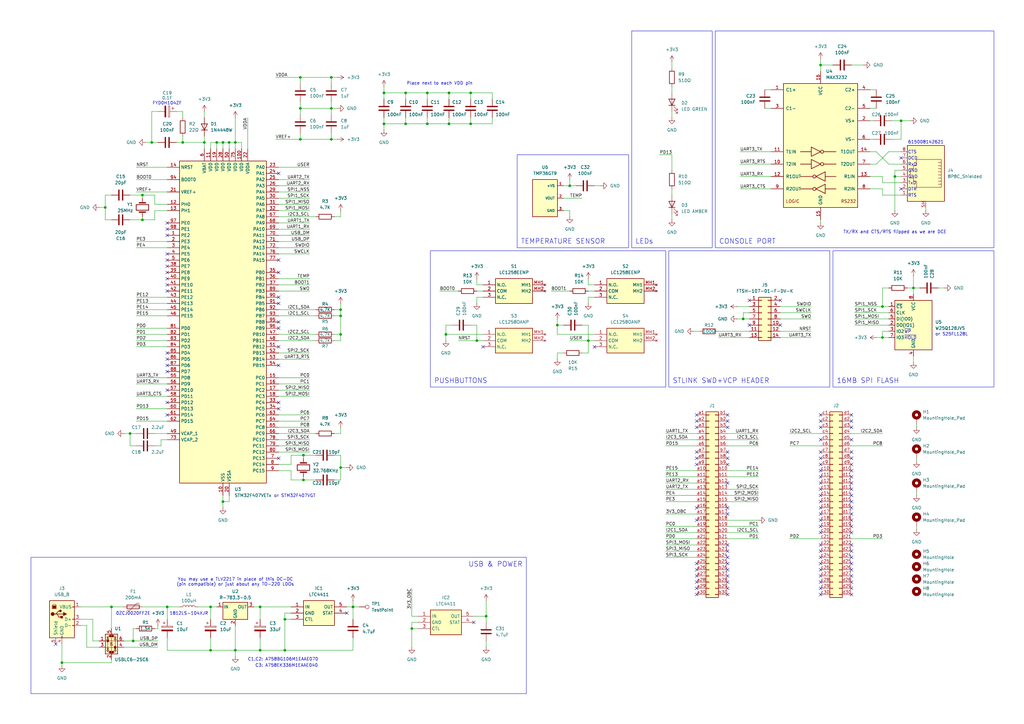
<source format=kicad_sch>
(kicad_sch (version 20231120) (generator "eeschema") (generator_version "8.0")
  (paper "A3")
  (title_block (title "STM32-based Onboard Computer") (date "2025-03-11") (rev "A") (company "GU Orbit") (comment 1 "Designed by David Feng 2785066F") (comment 2 "Consult the OBC User Manual for more information"))
  (junction (at 367.03 72.39))
  (junction (at 233.68 76.2))
  (junction (at 166.37 50.8))
  (junction (at 144.78 248.92))
  (junction (at 175.26 38.1))
  (junction (at 139.7 129.54))
  (junction (at 91.44 58.42))
  (junction (at 361.95 138.43))
  (junction (at 139.7 137.16))
  (junction (at 135.89 31.75))
  (junction (at 43.18 85.09))
  (junction (at 74.93 58.42))
  (junction (at 83.82 58.42))
  (junction (at 139.7 191.77))
  (junction (at 135.89 57.15))
  (junction (at 199.39 252.73))
  (junction (at 124.46 186.69))
  (junction (at 184.15 38.1))
  (junction (at 241.3 139.7))
  (junction (at 86.36 266.7))
  (junction (at 68.58 248.92))
  (junction (at 168.91 257.81))
  (junction (at 175.26 50.8))
  (junction (at 88.9 58.42))
  (junction (at 123.19 44.45))
  (junction (at 25.4 271.78))
  (junction (at 106.68 266.7))
  (junction (at 62.23 58.42))
  (junction (at 157.48 38.1))
  (junction (at 54.61 262.89))
  (junction (at 53.34 177.8))
  (junction (at 182.88 137.16))
  (junction (at 193.04 50.8))
  (junction (at 106.68 248.92))
  (junction (at 166.37 38.1))
  (junction (at 93.98 58.42))
  (junction (at 157.48 50.8))
  (junction (at 228.6 133.35))
  (junction (at 304.8 130.81))
  (junction (at 45.72 248.92))
  (junction (at 195.58 139.7))
  (junction (at 361.95 125.73))
  (junction (at 58.42 80.01))
  (junction (at 193.04 38.1))
  (junction (at 123.19 57.15))
  (junction (at 124.46 196.85))
  (junction (at 91.44 205.74))
  (junction (at 96.52 58.42))
  (junction (at 135.89 44.45))
  (junction (at 374.65 118.11))
  (junction (at 116.84 254))
  (junction (at 123.19 31.75))
  (junction (at 96.52 266.7))
  (junction (at 336.55 26.67))
  (junction (at 58.42 90.17))
  (junction (at 139.7 127))
  (junction (at 116.84 266.7))
  (junction (at 86.36 248.92))
  (junction (at 369.57 49.53))
  (junction (at 184.15 50.8))
  (no_connect (at 68.58 114.3))
  (no_connect (at 298.45 223.52))
  (no_connect (at 285.75 243.84))
  (no_connect (at 349.25 238.76))
  (no_connect (at 349.25 243.84))
  (no_connect (at 349.25 215.9))
  (no_connect (at 349.25 205.74))
  (no_connect (at 68.58 109.22))
  (no_connect (at 68.58 165.1))
  (no_connect (at 336.55 208.28))
  (no_connect (at 298.45 190.5))
  (no_connect (at 114.3 149.86))
  (no_connect (at 298.45 228.6))
  (no_connect (at 114.3 106.68))
  (no_connect (at 285.75 172.72))
  (no_connect (at 336.55 185.42))
  (no_connect (at 336.55 236.22))
  (no_connect (at 285.75 208.28))
  (no_connect (at 349.25 233.68))
  (no_connect (at 114.3 124.46))
  (no_connect (at 336.55 195.58))
  (no_connect (at 336.55 231.14))
  (no_connect (at 298.45 175.26))
  (no_connect (at 307.34 133.35))
  (no_connect (at 336.55 172.72))
  (no_connect (at 114.3 142.24))
  (no_connect (at 298.45 185.42))
  (no_connect (at 298.45 210.82))
  (no_connect (at 336.55 203.2))
  (no_connect (at 320.04 123.19))
  (no_connect (at 336.55 233.68))
  (no_connect (at 68.58 116.84))
  (no_connect (at 336.55 187.96))
  (no_connect (at 285.75 190.5))
  (no_connect (at 68.58 93.98))
  (no_connect (at 68.58 170.18))
  (no_connect (at 285.75 236.22))
  (no_connect (at 68.58 147.32))
  (no_connect (at 68.58 96.52))
  (no_connect (at 142.24 251.46))
  (no_connect (at 349.25 213.36))
  (no_connect (at 349.25 203.2))
  (no_connect (at 114.3 187.96))
  (no_connect (at 349.25 200.66))
  (no_connect (at 285.75 170.18))
  (no_connect (at 336.55 226.06))
  (no_connect (at 336.55 223.52))
  (no_connect (at 336.55 238.76))
  (no_connect (at 298.45 238.76))
  (no_connect (at 307.34 123.19))
  (no_connect (at 349.25 175.26))
  (no_connect (at 243.84 142.24))
  (no_connect (at 336.55 243.84))
  (no_connect (at 349.25 180.34))
  (no_connect (at 68.58 152.4))
  (no_connect (at 349.25 190.5))
  (no_connect (at 298.45 231.14))
  (no_connect (at 349.25 170.18))
  (no_connect (at 349.25 236.22))
  (no_connect (at 285.75 185.42))
  (no_connect (at 114.3 111.76))
  (no_connect (at 298.45 241.3))
  (no_connect (at 336.55 213.36))
  (no_connect (at 336.55 190.5))
  (no_connect (at 298.45 233.68))
  (no_connect (at 68.58 91.44))
  (no_connect (at 285.75 175.26))
  (no_connect (at 349.25 198.12))
  (no_connect (at 68.58 119.38))
  (no_connect (at 285.75 213.36))
  (no_connect (at 285.75 231.14))
  (no_connect (at 298.45 187.96))
  (no_connect (at 349.25 226.06))
  (no_connect (at 349.25 241.3))
  (no_connect (at 336.55 228.6))
  (no_connect (at 114.3 165.1))
  (no_connect (at 336.55 241.3))
  (no_connect (at 336.55 210.82))
  (no_connect (at 285.75 241.3))
  (no_connect (at 349.25 223.52))
  (no_connect (at 320.04 133.35))
  (no_connect (at 285.75 238.76))
  (no_connect (at 369.57 64.77))
  (no_connect (at 285.75 233.68))
  (no_connect (at 336.55 180.34))
  (no_connect (at 285.75 187.96))
  (no_connect (at 114.3 121.92))
  (no_connect (at 22.86 264.16))
  (no_connect (at 68.58 106.68))
  (no_connect (at 369.57 77.47))
  (no_connect (at 336.55 205.74))
  (no_connect (at 298.45 236.22))
  (no_connect (at 114.3 167.64))
  (no_connect (at 198.12 142.24))
  (no_connect (at 336.55 193.04))
  (no_connect (at 68.58 104.14))
  (no_connect (at 336.55 200.66))
  (no_connect (at 336.55 218.44))
  (no_connect (at 298.45 243.84))
  (no_connect (at 114.3 134.62))
  (no_connect (at 349.25 210.82))
  (no_connect (at 349.25 185.42))
  (no_connect (at 298.45 208.28))
  (no_connect (at 336.55 198.12))
  (no_connect (at 349.25 193.04))
  (no_connect (at 298.45 170.18))
  (no_connect (at 349.25 208.28))
  (no_connect (at 336.55 175.26))
  (no_connect (at 194.31 255.27))
  (no_connect (at 68.58 144.78))
  (no_connect (at 336.55 215.9))
  (no_connect (at 114.3 132.08))
  (no_connect (at 349.25 172.72))
  (no_connect (at 336.55 170.18))
  (no_connect (at 68.58 149.86))
  (no_connect (at 349.25 195.58))
  (no_connect (at 349.25 187.96))
  (no_connect (at 68.58 111.76))
  (no_connect (at 298.45 226.06))
  (no_connect (at 349.25 228.6))
  (no_connect (at 298.45 172.72))
  (no_connect (at 68.58 160.02))
  (no_connect (at 349.25 218.44))
  (no_connect (at 114.3 71.12))
  (no_connect (at 349.25 231.14))
  (no_connect (at 298.45 198.12))
  (wire (pts (xy 182.88 133.35) (xy 182.88 137.16)))
  (wire (pts (xy 114.3 190.5) (xy 119.38 190.5)))
  (wire (pts (xy 228.6 130.81) (xy 228.6 133.35)))
  (wire (pts (xy 361.95 77.47) (xy 361.95 80.01)))
  (wire (pts (xy 63.5 80.01) (xy 58.42 80.01)))
  (wire (pts (xy 45.72 270.51) (xy 45.72 271.78)))
  (wire (pts (xy 139.7 124.46) (xy 139.7 127)))
  (wire (pts (xy 144.78 246.38) (xy 144.78 248.92)))
  (wire (pts (xy 55.88 257.81) (xy 54.61 257.81)))
  (wire (pts (xy 88.9 58.42) (xy 91.44 58.42)))
  (wire (pts (xy 25.4 264.16) (xy 25.4 271.78)))
  (wire (pts (xy 359.41 138.43) (xy 361.95 138.43)))
  (wire (pts (xy 114.3 76.2) (xy 127 76.2)))
  (wire (pts (xy 184.15 38.1) (xy 175.26 38.1)))
  (wire (pts (xy 74.93 58.42) (xy 83.82 58.42)))
  (wire (pts (xy 59.69 58.42) (xy 62.23 58.42)))
  (wire (pts (xy 369.57 49.53) (xy 369.57 57.15)))
  (wire (pts (xy 201.93 48.26) (xy 201.93 50.8)))
  (wire (pts (xy 273.05 193.04) (xy 285.75 193.04)))
  (wire (pts (xy 38.1 262.89) (xy 40.64 262.89)))
  (wire (pts (xy 356.87 57.15) (xy 358.14 57.15)))
  (wire (pts (xy 114.3 162.56) (xy 127 162.56)))
  (wire (pts (xy 298.45 177.8) (xy 311.15 177.8)))
  (wire (pts (xy 135.89 31.75) (xy 123.19 31.75)))
  (wire (pts (xy 273.05 200.66) (xy 285.75 200.66)))
  (wire (pts (xy 350.52 125.73) (xy 361.95 125.73)))
  (wire (pts (xy 166.37 50.8) (xy 157.48 50.8)))
  (wire (pts (xy 123.19 44.45) (xy 135.89 44.45)))
  (wire (pts (xy 375.92 187.96) (xy 375.92 189.23)))
  (wire (pts (xy 88.9 58.42) (xy 88.9 60.96)))
  (wire (pts (xy 139.7 139.7) (xy 139.7 137.16)))
  (wire (pts (xy 114.3 137.16) (xy 129.54 137.16)))
  (wire (pts (xy 182.88 139.7) (xy 182.88 137.16)))
  (wire (pts (xy 228.6 133.35) (xy 231.14 133.35)))
  (wire (pts (xy 38.1 254) (xy 38.1 262.89)))
  (wire (pts (xy 124.46 186.69) (xy 129.54 186.69)))
  (wire (pts (xy 313.69 36.83) (xy 316.23 36.83)))
  (wire (pts (xy 55.88 154.94) (xy 68.58 154.94)))
  (wire (pts (xy 123.19 41.91) (xy 123.19 44.45)))
  (wire (pts (xy 91.44 203.2) (xy 91.44 205.74)))
  (wire (pts (xy 320.04 130.81) (xy 332.74 130.81)))
  (wire (pts (xy 53.34 80.01) (xy 58.42 80.01)))
  (wire (pts (xy 96.52 256.54) (xy 96.52 266.7)))
  (wire (pts (xy 356.87 72.39) (xy 361.95 72.39)))
  (wire (pts (xy 62.23 58.42) (xy 64.77 58.42)))
  (wire (pts (xy 303.53 77.47) (xy 316.23 77.47)))
  (wire (pts (xy 63.5 86.36) (xy 63.5 90.17)))
  (wire (pts (xy 364.49 135.89) (xy 361.95 135.89)))
  (wire (pts (xy 349.25 177.8) (xy 361.95 177.8)))
  (wire (pts (xy 298.45 195.58) (xy 311.15 195.58)))
  (wire (pts (xy 114.3 114.3) (xy 127 114.3)))
  (wire (pts (xy 86.36 248.92) (xy 86.36 254)))
  (wire (pts (xy 157.48 38.1) (xy 157.48 40.64)))
  (wire (pts (xy 114.3 139.7) (xy 129.54 139.7)))
  (wire (pts (xy 304.8 130.81) (xy 307.34 130.81)))
  (wire (pts (xy 375.92 201.93) (xy 375.92 203.2)))
  (wire (pts (xy 106.68 248.92) (xy 119.38 248.92)))
  (wire (pts (xy 298.45 220.98) (xy 311.15 220.98)))
  (wire (pts (xy 374.65 113.03) (xy 374.65 118.11)))
  (wire (pts (xy 33.02 248.92) (xy 45.72 248.92)))
  (wire (pts (xy 114.3 185.42) (xy 127 185.42)))
  (wire (pts (xy 298.45 180.34) (xy 311.15 180.34)))
  (wire (pts (xy 298.45 182.88) (xy 311.15 182.88)))
  (wire (pts (xy 114.3 127) (xy 129.54 127)))
  (wire (pts (xy 364.49 118.11) (xy 361.95 118.11)))
  (wire (pts (xy 375.92 173.99) (xy 375.92 175.26)))
  (wire (pts (xy 193.04 38.1) (xy 184.15 38.1)))
  (wire (pts (xy 166.37 38.1) (xy 175.26 38.1)))
  (wire (pts (xy 114.3 88.9) (xy 129.54 88.9)))
  (wire (pts (xy 372.11 118.11) (xy 374.65 118.11)))
  (wire (pts (xy 361.95 125.73) (xy 364.49 125.73)))
  (wire (pts (xy 114.3 104.14) (xy 127 104.14)))
  (wire (pts (xy 119.38 186.69) (xy 124.46 186.69)))
  (wire (pts (xy 171.45 255.27) (xy 168.91 255.27)))
  (wire (pts (xy 195.58 121.92) (xy 195.58 124.46)))
  (wire (pts (xy 320.04 125.73) (xy 332.74 125.73)))
  (wire (pts (xy 273.05 180.34) (xy 285.75 180.34)))
  (wire (pts (xy 58.42 90.17) (xy 58.42 88.9)))
  (wire (pts (xy 304.8 128.27) (xy 304.8 130.81)))
  (wire (pts (xy 294.64 138.43) (xy 307.34 138.43)))
  (wire (pts (xy 35.56 265.43) (xy 40.64 265.43)))
  (wire (pts (xy 93.98 58.42) (xy 93.98 60.96)))
  (wire (pts (xy 55.88 121.92) (xy 68.58 121.92)))
  (wire (pts (xy 96.52 266.7) (xy 86.36 266.7)))
  (wire (pts (xy 123.19 31.75) (xy 123.19 34.29)))
  (wire (pts (xy 356.87 44.45) (xy 359.41 44.45)))
  (wire (pts (xy 166.37 40.64) (xy 166.37 38.1)))
  (wire (pts (xy 195.58 121.92) (xy 198.12 121.92)))
  (wire (pts (xy 365.76 49.53) (xy 369.57 49.53)))
  (wire (pts (xy 349.25 182.88) (xy 361.95 182.88)))
  (wire (pts (xy 241.3 144.78) (xy 238.76 144.78)))
  (wire (pts (xy 275.59 87.63) (xy 275.59 90.17)))
  (wire (pts (xy 199.39 262.89) (xy 199.39 265.43)))
  (wire (pts (xy 33.02 254) (xy 38.1 254)))
  (wire (pts (xy 83.82 45.72) (xy 83.82 48.26)))
  (wire (pts (xy 114.3 101.6) (xy 127 101.6)))
  (wire (pts (xy 45.72 248.92) (xy 45.72 257.81)))
  (wire (pts (xy 157.48 48.26) (xy 157.48 50.8)))
  (wire (pts (xy 74.93 45.72) (xy 72.39 45.72)))
  (wire (pts (xy 374.65 118.11) (xy 377.19 118.11)))
  (wire (pts (xy 124.46 186.69) (xy 124.46 187.96)))
  (wire (pts (xy 91.44 58.42) (xy 93.98 58.42)))
  (wire (pts (xy 184.15 40.64) (xy 184.15 38.1)))
  (wire (pts (xy 55.88 68.58) (xy 68.58 68.58)))
  (wire (pts (xy 113.03 31.75) (xy 123.19 31.75)))
  (wire (pts (xy 313.69 44.45) (xy 316.23 44.45)))
  (wire (pts (xy 364.49 62.23) (xy 369.57 62.23)))
  (wire (pts (xy 379.73 85.09) (xy 379.73 86.36)))
  (wire (pts (xy 55.88 99.06) (xy 68.58 99.06)))
  (wire (pts (xy 63.5 90.17) (xy 58.42 90.17)))
  (wire (pts (xy 195.58 133.35) (xy 195.58 139.7)))
  (wire (pts (xy 55.88 137.16) (xy 68.58 137.16)))
  (wire (pts (xy 193.04 48.26) (xy 193.04 50.8)))
  (wire (pts (xy 359.41 62.23) (xy 364.49 67.31)))
  (wire (pts (xy 369.57 69.85) (xy 367.03 69.85)))
  (wire (pts (xy 124.46 196.85) (xy 129.54 196.85)))
  (wire (pts (xy 273.05 215.9) (xy 285.75 215.9)))
  (wire (pts (xy 58.42 80.01) (xy 58.42 81.28)))
  (wire (pts (xy 369.57 57.15) (xy 365.76 57.15)))
  (wire (pts (xy 275.59 45.72) (xy 275.59 48.26)))
  (wire (pts (xy 228.6 137.16) (xy 228.6 133.35)))
  (wire (pts (xy 361.95 74.93) (xy 369.57 74.93)))
  (wire (pts (xy 114.3 99.06) (xy 127 99.06)))
  (wire (pts (xy 201.93 50.8) (xy 193.04 50.8)))
  (wire (pts (xy 323.85 182.88) (xy 336.55 182.88)))
  (wire (pts (xy 93.98 205.74) (xy 91.44 205.74)))
  (wire (pts (xy 175.26 40.64) (xy 175.26 38.1)))
  (wire (pts (xy 55.88 157.48) (xy 68.58 157.48)))
  (wire (pts (xy 114.3 91.44) (xy 127 91.44)))
  (wire (pts (xy 241.3 124.46) (xy 241.3 121.92)))
  (wire (pts (xy 43.18 85.09) (xy 43.18 90.17)))
  (wire (pts (xy 356.87 67.31) (xy 359.41 67.31)))
  (wire (pts (xy 233.68 139.7) (xy 241.3 139.7)))
  (wire (pts (xy 123.19 57.15) (xy 135.89 57.15)))
  (wire (pts (xy 101.6 48.26) (xy 101.6 60.96)))
  (wire (pts (xy 166.37 48.26) (xy 166.37 50.8)))
  (wire (pts (xy 62.23 45.72) (xy 62.23 58.42)))
  (wire (pts (xy 123.19 54.61) (xy 123.19 57.15)))
  (wire (pts (xy 83.82 55.88) (xy 83.82 58.42)))
  (wire (pts (xy 68.58 254) (xy 68.58 248.92)))
  (wire (pts (xy 144.78 266.7) (xy 116.84 266.7)))
  (wire (pts (xy 114.3 81.28) (xy 127 81.28)))
  (wire (pts (xy 226.06 119.38) (xy 233.68 119.38)))
  (wire (pts (xy 135.89 34.29) (xy 135.89 31.75)))
  (wire (pts (xy 185.42 133.35) (xy 182.88 133.35)))
  (wire (pts (xy 96.52 266.7) (xy 106.68 266.7)))
  (wire (pts (xy 114.3 172.72) (xy 127 172.72)))
  (wire (pts (xy 375.92 215.9) (xy 375.92 217.17)))
  (wire (pts (xy 114.3 129.54) (xy 129.54 129.54)))
  (wire (pts (xy 139.7 88.9) (xy 137.16 88.9)))
  (wire (pts (xy 241.3 121.92) (xy 243.84 121.92)))
  (wire (pts (xy 139.7 137.16) (xy 139.7 129.54)))
  (wire (pts (xy 45.72 271.78) (xy 25.4 271.78)))
  (wire (pts (xy 137.16 129.54) (xy 139.7 129.54)))
  (wire (pts (xy 45.72 80.01) (xy 43.18 80.01)))
  (wire (pts (xy 195.58 119.38) (xy 198.12 119.38)))
  (wire (pts (xy 25.4 271.78) (xy 25.4 273.05)))
  (wire (pts (xy 99.06 58.42) (xy 99.06 60.96)))
  (wire (pts (xy 231.14 76.2) (xy 233.68 76.2)))
  (wire (pts (xy 367.03 72.39) (xy 369.57 72.39)))
  (wire (pts (xy 137.16 196.85) (xy 139.7 196.85)))
  (wire (pts (xy 86.36 248.92) (xy 88.9 248.92)))
  (wire (pts (xy 72.39 58.42) (xy 74.93 58.42)))
  (wire (pts (xy 114.3 93.98) (xy 127 93.98)))
  (wire (pts (xy 139.7 186.69) (xy 139.7 191.77)))
  (wire (pts (xy 241.3 114.3) (xy 241.3 116.84)))
  (wire (pts (xy 55.88 162.56) (xy 68.58 162.56)))
  (wire (pts (xy 168.91 257.81) (xy 171.45 257.81)))
  (wire (pts (xy 361.95 138.43) (xy 364.49 138.43)))
  (wire (pts (xy 63.5 177.8) (xy 68.58 177.8)))
  (wire (pts (xy 45.72 248.92) (xy 50.8 248.92)))
  (wire (pts (xy 195.58 114.3) (xy 195.58 116.84)))
  (wire (pts (xy 144.78 248.92) (xy 144.78 254)))
  (wire (pts (xy 243.84 76.2) (xy 246.38 76.2)))
  (wire (pts (xy 361.95 118.11) (xy 361.95 125.73)))
  (wire (pts (xy 193.04 40.64) (xy 193.04 38.1)))
  (wire (pts (xy 114.3 86.36) (xy 127 86.36)))
  (wire (pts (xy 50.8 265.43) (xy 64.77 265.43)))
  (wire (pts (xy 231.14 81.28) (xy 238.76 81.28)))
  (wire (pts (xy 81.28 248.92) (xy 86.36 248.92)))
  (wire (pts (xy 336.55 26.67) (xy 336.55 29.21)))
  (wire (pts (xy 139.7 191.77) (xy 142.24 191.77)))
  (wire (pts (xy 144.78 248.92) (xy 147.32 248.92)))
  (wire (pts (xy 273.05 182.88) (xy 285.75 182.88)))
  (wire (pts (xy 201.93 38.1) (xy 193.04 38.1)))
  (wire (pts (xy 275.59 63.5) (xy 275.59 69.85)))
  (wire (pts (xy 139.7 127) (xy 137.16 127)))
  (wire (pts (xy 233.68 76.2) (xy 233.68 73.66)))
  (wire (pts (xy 273.05 228.6) (xy 285.75 228.6)))
  (wire (pts (xy 114.3 96.52) (xy 127 96.52)))
  (wire (pts (xy 323.85 220.98) (xy 336.55 220.98)))
  (wire (pts (xy 275.59 25.4) (xy 275.59 27.94)))
  (wire (pts (xy 55.88 78.74) (xy 68.58 78.74)))
  (wire (pts (xy 114.3 83.82) (xy 127 83.82)))
  (wire (pts (xy 55.88 167.64) (xy 68.58 167.64)))
  (wire (pts (xy 119.38 193.04) (xy 119.38 196.85)))
  (wire (pts (xy 66.04 182.88) (xy 63.5 182.88)))
  (wire (pts (xy 157.48 50.8) (xy 157.48 53.34)))
  (wire (pts (xy 336.55 26.67) (xy 341.63 26.67)))
  (wire (pts (xy 55.88 182.88) (xy 53.34 182.88)))
  (wire (pts (xy 350.52 130.81) (xy 364.49 130.81)))
  (wire (pts (xy 201.93 40.64) (xy 201.93 38.1)))
  (wire (pts (xy 114.3 116.84) (xy 127 116.84)))
  (wire (pts (xy 114.3 180.34) (xy 127 180.34)))
  (wire (pts (xy 275.59 35.56) (xy 275.59 38.1)))
  (wire (pts (xy 323.85 177.8) (xy 336.55 177.8)))
  (wire (pts (xy 175.26 48.26) (xy 175.26 50.8)))
  (wire (pts (xy 228.6 137.16) (xy 243.84 137.16)))
  (wire (pts (xy 35.56 256.54) (xy 35.56 265.43)))
  (wire (pts (xy 139.7 175.26) (xy 139.7 177.8)))
  (wire (pts (xy 74.93 55.88) (xy 74.93 58.42)))
  (wire (pts (xy 184.15 48.26) (xy 184.15 50.8)))
  (wire (pts (xy 63.5 83.82) (xy 63.5 80.01)))
  (wire (pts (xy 228.6 144.78) (xy 231.14 144.78)))
  (wire (pts (xy 68.58 86.36) (xy 63.5 86.36)))
  (wire (pts (xy 367.03 72.39) (xy 367.03 86.36)))
  (wire (pts (xy 361.95 80.01) (xy 369.57 80.01)))
  (wire (pts (xy 273.05 226.06) (xy 285.75 226.06)))
  (wire (pts (xy 86.36 261.62) (xy 86.36 266.7)))
  (wire (pts (xy 64.77 45.72) (xy 62.23 45.72)))
  (wire (pts (xy 275.59 77.47) (xy 275.59 80.01)))
  (wire (pts (xy 168.91 255.27) (xy 168.91 257.81)))
  (wire (pts (xy 298.45 203.2) (xy 311.15 203.2)))
  (wire (pts (xy 40.64 85.09) (xy 43.18 85.09)))
  (wire (pts (xy 64.77 257.81) (xy 63.5 257.81)))
  (wire (pts (xy 273.05 177.8) (xy 285.75 177.8)))
  (wire (pts (xy 53.34 90.17) (xy 58.42 90.17)))
  (wire (pts (xy 139.7 191.77) (xy 139.7 196.85)))
  (wire (pts (xy 194.31 252.73) (xy 199.39 252.73)))
  (wire (pts (xy 74.93 48.26) (xy 74.93 45.72)))
  (wire (pts (xy 273.05 198.12) (xy 285.75 198.12)))
  (wire (pts (xy 55.88 101.6) (xy 68.58 101.6)))
  (wire (pts (xy 86.36 60.96) (xy 86.36 58.42)))
  (wire (pts (xy 241.3 133.35) (xy 241.3 139.7)))
  (wire (pts (xy 96.52 48.26) (xy 96.52 58.42)))
  (wire (pts (xy 114.3 170.18) (xy 127 170.18)))
  (wire (pts (xy 302.26 130.81) (xy 304.8 130.81)))
  (wire (pts (xy 114.3 175.26) (xy 127 175.26)))
  (wire (pts (xy 364.49 67.31) (xy 369.57 67.31)))
  (wire (pts (xy 114.3 119.38) (xy 127 119.38)))
  (wire (pts (xy 298.45 205.74) (xy 311.15 205.74)))
  (wire (pts (xy 168.91 257.81) (xy 168.91 265.43)))
  (wire (pts (xy 302.26 125.73) (xy 307.34 125.73)))
  (wire (pts (xy 106.68 248.92) (xy 106.68 254)))
  (wire (pts (xy 320.04 138.43) (xy 332.74 138.43)))
  (wire (pts (xy 55.88 142.24) (xy 68.58 142.24)))
  (wire (pts (xy 116.84 254) (xy 119.38 254)))
  (wire (pts (xy 273.05 220.98) (xy 285.75 220.98)))
  (wire (pts (xy 43.18 90.17) (xy 45.72 90.17)))
  (wire (pts (xy 114.3 68.58) (xy 127 68.58)))
  (wire (pts (xy 91.44 205.74) (xy 91.44 208.28)))
  (wire (pts (xy 68.58 261.62) (xy 68.58 266.7)))
  (wire (pts (xy 114.3 182.88) (xy 127 182.88)))
  (wire (pts (xy 356.87 77.47) (xy 361.95 77.47)))
  (wire (pts (xy 119.38 190.5) (xy 119.38 186.69)))
  (wire (pts (xy 55.88 172.72) (xy 68.58 172.72)))
  (wire (pts (xy 193.04 133.35) (xy 195.58 133.35)))
  (wire (pts (xy 54.61 262.89) (xy 64.77 262.89)))
  (wire (pts (xy 231.14 86.36) (xy 233.68 86.36)))
  (wire (pts (xy 273.05 195.58) (xy 285.75 195.58)))
  (wire (pts (xy 83.82 58.42) (xy 83.82 60.96)))
  (wire (pts (xy 54.61 257.81) (xy 54.61 262.89)))
  (wire (pts (xy 187.96 139.7) (xy 195.58 139.7)))
  (wire (pts (xy 184.15 50.8) (xy 175.26 50.8)))
  (wire (pts (xy 137.16 186.69) (xy 139.7 186.69)))
  (wire (pts (xy 68.58 266.7) (xy 86.36 266.7)))
  (wire (pts (xy 68.58 83.82) (xy 63.5 83.82)))
  (wire (pts (xy 68.58 248.92) (xy 73.66 248.92)))
  (wire (pts (xy 273.05 218.44) (xy 285.75 218.44)))
  (wire (pts (xy 199.39 246.38) (xy 199.39 252.73)))
  (wire (pts (xy 55.88 124.46) (xy 68.58 124.46)))
  (wire (pts (xy 91.44 58.42) (xy 91.44 60.96)))
  (wire (pts (xy 241.3 139.7) (xy 243.84 139.7)))
  (wire (pts (xy 350.52 133.35) (xy 364.49 133.35)))
  (wire (pts (xy 53.34 177.8) (xy 55.88 177.8)))
  (wire (pts (xy 114.3 157.48) (xy 127 157.48)))
  (wire (pts (xy 66.04 180.34) (xy 66.04 182.88)))
  (wire (pts (xy 303.53 67.31) (xy 316.23 67.31)))
  (wire (pts (xy 199.39 252.73) (xy 199.39 255.27)))
  (wire (pts (xy 303.53 62.23) (xy 316.23 62.23)))
  (wire (pts (xy 119.38 251.46) (xy 116.84 251.46)))
  (wire (pts (xy 175.26 50.8) (xy 166.37 50.8)))
  (wire (pts (xy 166.37 38.1) (xy 157.48 38.1)))
  (wire (pts (xy 55.88 127) (xy 68.58 127)))
  (wire (pts (xy 349.25 26.67) (xy 354.33 26.67)))
  (wire (pts (xy 195.58 116.84) (xy 198.12 116.84)))
  (wire (pts (xy 96.52 58.42) (xy 99.06 58.42)))
  (wire (pts (xy 135.89 31.75) (xy 138.43 31.75)))
  (wire (pts (xy 298.45 200.66) (xy 311.15 200.66)))
  (wire (pts (xy 135.89 44.45) (xy 138.43 44.45)))
  (wire (pts (xy 114.3 144.78) (xy 127 144.78)))
  (wire (pts (xy 298.45 218.44) (xy 311.15 218.44)))
  (wire (pts (xy 58.42 248.92) (xy 68.58 248.92)))
  (wire (pts (xy 298.45 213.36) (xy 311.15 213.36)))
  (wire (pts (xy 137.16 137.16) (xy 139.7 137.16)))
  (wire (pts (xy 373.38 49.53) (xy 369.57 49.53)))
  (wire (pts (xy 273.05 223.52) (xy 285.75 223.52)))
  (wire (pts (xy 182.88 137.16) (xy 198.12 137.16)))
  (wire (pts (xy 135.89 41.91) (xy 135.89 44.45)))
  (wire (pts (xy 55.88 134.62) (xy 68.58 134.62)))
  (wire (pts (xy 361.95 135.89) (xy 361.95 138.43)))
  (wire (pts (xy 50.8 177.8) (xy 53.34 177.8)))
  (wire (pts (xy 320.04 128.27) (xy 332.74 128.27)))
  (wire (pts (xy 171.45 252.73) (xy 168.91 252.73)))
  (wire (pts (xy 273.05 210.82) (xy 285.75 210.82)))
  (wire (pts (xy 168.91 241.3) (xy 168.91 252.73)))
  (wire (pts (xy 114.3 73.66) (xy 127 73.66)))
  (wire (pts (xy 137.16 139.7) (xy 139.7 139.7)))
  (wire (pts (xy 233.68 76.2) (xy 236.22 76.2)))
  (wire (pts (xy 144.78 261.62) (xy 144.78 266.7)))
  (wire (pts (xy 298.45 193.04) (xy 311.15 193.04)))
  (wire (pts (xy 350.52 128.27) (xy 364.49 128.27)))
  (wire (pts (xy 233.68 86.36) (xy 233.68 88.9)))
  (wire (pts (xy 86.36 58.42) (xy 88.9 58.42)))
  (wire (pts (xy 93.98 203.2) (xy 93.98 205.74)))
  (wire (pts (xy 96.52 58.42) (xy 96.52 60.96)))
  (wire (pts (xy 384.81 118.11) (xy 387.35 118.11)))
  (wire (pts (xy 195.58 139.7) (xy 198.12 139.7)))
  (wire (pts (xy 284.48 135.89) (xy 287.02 135.89)))
  (wire (pts (xy 367.03 69.85) (xy 367.03 72.39)))
  (wire (pts (xy 307.34 128.27) (xy 304.8 128.27)))
  (wire (pts (xy 349.25 220.98) (xy 361.95 220.98)))
  (wire (pts (xy 135.89 57.15) (xy 135.89 54.61)))
  (wire (pts (xy 114.3 160.02) (xy 127 160.02)))
  (wire (pts (xy 114.3 154.94) (xy 127 154.94)))
  (wire (pts (xy 273.05 205.74) (xy 285.75 205.74)))
  (wire (pts (xy 193.04 50.8) (xy 184.15 50.8)))
  (wire (pts (xy 50.8 262.89) (xy 54.61 262.89)))
  (wire (pts (xy 336.55 24.13) (xy 336.55 26.67)))
  (wire (pts (xy 96.52 266.7) (xy 96.52 269.24)))
  (wire (pts (xy 124.46 196.85) (xy 124.46 195.58)))
  (wire (pts (xy 93.98 58.42) (xy 96.52 58.42)))
  (wire (pts (xy 135.89 57.15) (xy 138.43 57.15)))
  (wire (pts (xy 68.58 180.34) (xy 66.04 180.34)))
  (wire (pts (xy 64.77 256.54) (xy 64.77 257.81)))
  (wire (pts (xy 114.3 147.32) (xy 127 147.32)))
  (wire (pts (xy 55.88 129.54) (xy 68.58 129.54)))
  (wire (pts (xy 33.02 256.54) (xy 35.56 256.54)))
  (wire (pts (xy 374.65 118.11) (xy 374.65 120.65)))
  (wire (pts (xy 55.88 73.66) (xy 68.58 73.66)))
  (wire (pts (xy 273.05 203.2) (xy 285.75 203.2)))
  (wire (pts (xy 298.45 215.9) (xy 311.15 215.9)))
  (wire (pts (xy 374.65 146.05) (xy 374.65 148.59)))
  (wire (pts (xy 275.59 63.5) (xy 270.51 63.5)))
  (wire (pts (xy 356.87 49.53) (xy 358.14 49.53)))
  (wire (pts (xy 228.6 144.78) (xy 228.6 147.32)))
  (wire (pts (xy 303.53 72.39) (xy 316.23 72.39)))
  (wire (pts (xy 139.7 129.54) (xy 139.7 127)))
  (wire (pts (xy 364.49 62.23) (xy 359.41 67.31)))
  (wire (pts (xy 119.38 196.85) (xy 124.46 196.85)))
  (wire (pts (xy 336.55 90.17) (xy 336.55 91.44)))
  (wire (pts (xy 113.03 57.15) (xy 123.19 57.15)))
  (wire (pts (xy 180.34 119.38) (xy 187.96 119.38)))
  (wire (pts (xy 238.76 133.35) (xy 241.3 133.35)))
  (wire (pts (xy 241.3 119.38) (xy 243.84 119.38)))
  (wire (pts (xy 361.95 72.39) (xy 361.95 74.93)))
  (wire (pts (xy 139.7 86.36) (xy 139.7 88.9)))
  (wire (pts (xy 106.68 261.62) (xy 106.68 266.7)))
  (wire (pts (xy 123.19 44.45) (xy 123.19 46.99)))
  (wire (pts (xy 356.87 62.23) (xy 359.41 62.23)))
  (wire (pts (xy 53.34 182.88) (xy 53.34 177.8)))
  (wire (pts (xy 135.89 44.45) (xy 135.89 46.99)))
  (wire (pts (xy 241.3 116.84) (xy 243.84 116.84)))
  (wire (pts (xy 116.84 266.7) (xy 106.68 266.7)))
  (wire (pts (xy 157.48 35.56) (xy 157.48 38.1)))
  (wire (pts (xy 43.18 80.01) (xy 43.18 85.09)))
  (wire (pts (xy 139.7 177.8) (xy 137.16 177.8)))
  (wire (pts (xy 356.87 36.83) (xy 359.41 36.83)))
  (wire (pts (xy 114.3 177.8) (xy 129.54 177.8)))
  (wire (pts (xy 114.3 78.74) (xy 127 78.74)))
  (wire (pts (xy 320.04 135.89) (xy 332.74 135.89)))
  (wire (pts (xy 116.84 254) (xy 116.84 266.7)))
  (wire (pts (xy 116.84 251.46) (xy 116.84 254)))
  (wire (pts (xy 114.3 193.04) (xy 119.38 193.04)))
  (wire (pts (xy 104.14 248.92) (xy 106.68 248.92)))
  (wire (pts (xy 294.64 135.89) (xy 307.34 135.89)))
  (wire (pts (xy 241.3 139.7) (xy 241.3 144.78)))
  (wire (pts (xy 142.24 248.92) (xy 144.78 248.92)))
  (wire (pts (xy 55.88 139.7) (xy 68.58 139.7)))
  (text_box "PUSHBUTTONS" (at 176.53 102.87 0) (size 96.52 55.88) (effects (font (size 2.032 2.032)) (justify left bottom)))
  (text_box "USB & POWER" (at 12.7 228.6 0) (size 203.2 55.88) (effects (font (size 2.032 2.032)) (justify right top)))
  (text_box "STLINK SWD+VCP HEADER" (at 274.32 102.87 0) (size 66.04 55.88) (effects (font (size 2.032 2.032)) (justify left bottom)))
  (text_box "CONSOLE PORT" (at 293.37 12.7 0) (size 114.3 88.9) (effects (font (size 2.032 2.032)) (justify left bottom)))
  (text_box "LEDs" (at 259.08 12.7 0) (size 33.02 88.9) (effects (font (size 2.032 2.032)) (justify left bottom)))
  (text_box "TEMPERATURE SENSOR" (at 212.09 63.5 0) (size 45.72 38.1) (effects (font (size 2.032 2.032)) (justify left bottom)))
  (text_box "16MB SPI FLASH" (at 341.63 102.87 0) (size 66.04 55.88) (effects (font (size 2.032 2.032)) (justify left bottom)))
  (text "GND" (at 372.364 72.644 0) (effects (font (size 1.27 1.27)) (justify left)))
  (text "FYD0H104ZF" (at 68.58 42.418 0) (effects (font (size 1.27 1.27))))
  (text "~{WP}" (at 370.84 136.144 0) (effects (font (size 1.27 1.27)) (justify left)))
  (text "or S25FL128L" (at 383.54 137.16 0) (effects (font (size 1.27 1.27)) (justify left)))
  (text "CTS" (at 372.364 62.484 0) (effects (font (size 1.27 1.27)) (justify left)))
  (text "RTS" (at 372.364 80.264 0) (effects (font (size 1.27 1.27)) (justify left)))
  (text "TxD" (at 372.364 75.184 0) (effects (font (size 1.27 1.27)) (justify left)))
  (text "C3: A758EK336M1EAAE040" (at 104.648 273.05 0) (effects (font (size 1.27 1.27)) (justify left)))
  (text "Place next to each VDD pin" (at 180.34 34.29 0) (effects (font (size 1.27 1.27))))
  (text "RxD" (at 372.364 67.564 0) (effects (font (size 1.27 1.27)) (justify left)))
  (text "C1,C2: A758BG106M1EAAE070" (at 101.6 270.51 0) (effects (font (size 1.27 1.27)) (justify left)))
  (text "GND" (at 372.364 70.104 0) (effects (font (size 1.27 1.27)) (justify left)))
  (text "You may use a TLV2217 in place of this DC-DC\n(pin compatible) or just about any TO-220 LDOs" (at 96.52 238.76 0) (effects (font (size 1.27 1.27))))
  (text "or STM32F407VGT" (at 120.904 203.454 0) (effects (font (size 1.27 1.27))))
  (text "615008142621" (at 379.73 58.42 0) (effects (font (size 1.27 1.27))))
  (text "0ZCJ0020FF2E" (at 54.61 251.714 0) (effects (font (size 1.27 1.27))))
  (text "DTR" (at 372.364 77.724 0) (effects (font (size 1.27 1.27)) (justify left)))
  (text "TX/RX and CTS/RTS flipped as we are DCE" (at 367.03 95.25 0) (effects (font (size 1.27 1.27))))
  (text "~{HOLD}" (at 370.84 138.684 0) (effects (font (size 1.27 1.27)) (justify left)))
  (text "1812LS-104XJR" (at 77.47 251.714 0) (effects (font (size 1.27 1.27))))
  (text "DCD" (at 372.364 65.024 0) (effects (font (size 1.27 1.27)) (justify left)))
  (label "PC6" (at 311.15 182.88 180))
  (label "PC0" (at 273.05 215.9 0))
  (label "SWDIO" (at 332.74 125.73 180))
  (label "PD0" (at 55.88 134.62 0))
  (label "SPI2_MOSI" (at 127 162.56 180))
  (label "UART3_CTS" (at 55.88 162.56 0))
  (label "TEMP" (at 127 114.3 180))
  (label "UART1_RX" (at 127 93.98 180))
  (label "PD15" (at 273.05 182.88 0))
  (label "I2C2_SDA" (at 127 139.7 180))
  (label "PC8" (at 127 175.26 180))
  (label "UART1_RX" (at 311.15 177.8 180))
  (label "I2C2_SCL" (at 323.85 177.8 0))
  (label "PE3" (at 273.05 205.74 0))
  (label "SPI1_SCK" (at 127 81.28 180))
  (label "SPI1_MOSI" (at 350.52 130.81 0))
  (label "UART1_TX" (at 273.05 177.8 0))
  (label "I2C1_SDA" (at 127 127 180))
  (label "PD3" (at 55.88 142.24 0))
  (label "UART3_TX" (at 332.74 138.43 180))
  (label "NRST" (at 187.96 139.7 0))
  (label "SPI1_SCK" (at 350.52 128.27 0))
  (label "PD2" (at 55.88 139.7 0))
  (label "PE4" (at 273.05 203.2 0))
  (label "SPI3_MISO" (at 127 182.88 180))
  (label "PE13" (at 273.05 195.58 0))
  (label "USB_DP" (at 127 99.06 180))
  (label "SPI1_MISO" (at 127 83.82 180))
  (label "USB_DP" (at 64.77 262.89 180))
  (label "SPI2_SCK" (at 311.15 200.66 180))
  (label "SWCLK" (at 127 104.14 180))
  (label "USER" (at 127 68.58 180))
  (label "NRST" (at 55.88 68.58 0))
  (label "PE15" (at 55.88 129.54 0))
  (label "UART2_TX" (at 127 73.66 180))
  (label "UART3_RTS" (at 127 147.32 180))
  (label "PD1" (at 311.15 220.98 180))
  (label "PE13" (at 55.88 124.46 0))
  (label "SPI3_MOSI" (at 273.05 223.52 0))
  (label "BOOT0" (at 180.34 119.38 0))
  (label "PC1" (at 127 157.48 180))
  (label "I2C2_SCL" (at 127 137.16 180))
  (label "SPI1_NSS" (at 350.52 125.73 0))
  (label "PC0" (at 127 154.94 180))
  (label "SPI2_MISO" (at 311.15 205.74 180))
  (label "UART2_RX" (at 273.05 198.12 0))
  (label "VREF+" (at 55.88 78.74 0))
  (label "VREF+" (at 113.03 57.15 0))
  (label "I2C3_SDA" (at 273.05 180.34 0))
  (label "UART1_TX" (at 127 91.44 180))
  (label "SWO" (at 127 119.38 180))
  (label "PE3" (at 55.88 99.06 0))
  (label "I2C3_SDA" (at 127 177.8 180))
  (label "PD2" (at 323.85 220.98 0))
  (label "UART2_RX" (at 127 76.2 180))
  (label "SPI3_MISO" (at 273.05 226.06 0))
  (label "PD3" (at 361.95 220.98 180))
  (label "PC1" (at 311.15 215.9 180))
  (label "PC6" (at 127 170.18 180))
  (label "TEMP" (at 238.76 81.28 180))
  (label "I2C3_SCL" (at 127 88.9 180))
  (label "SPI3_SCK" (at 273.05 228.6 0))
  (label "PE12" (at 311.15 195.58 180))
  (label "PE14" (at 311.15 193.04 180))
  (label "I2C1_SCL" (at 311.15 218.44 180))
  (label "BOOT0" (at 55.88 73.66 0))
  (label "UART3_RX" (at 55.88 157.48 0))
  (label "SPI1_MISO" (at 350.52 133.35 0))
  (label "PE4" (at 55.88 101.6 0))
  (label "BOOT1" (at 127 116.84 180))
  (label "UART3_CTS" (at 303.53 77.47 0))
  (label "SWO" (at 332.74 130.81 180))
  (label "I2C3_SCL" (at 311.15 180.34 180))
  (label "I2C2_SDA" (at 361.95 177.8 180))
  (label "USB_DM" (at 127 96.52 180))
  (label "UART3_RX" (at 294.64 138.43 0))
  (label "BOOT1" (at 226.06 119.38 0))
  (label "SPI2_MOSI" (at 311.15 203.2 180))
  (label "SPI1_NSS" (at 127 78.74 180))
  (label "SPI2_SCK" (at 127 144.78 180))
  (label "NRST" (at 332.74 135.89 180))
  (label "3V3_OBC" (at 168.91 241.3 270))
  (label "SWCLK" (at 332.74 128.27 180))
  (label "PD1" (at 55.88 137.16 0))
  (label "UART3_TX" (at 303.53 62.23 0))
  (label "VDDA" (at 101.6 48.26 270))
  (label "PE15" (at 273.05 193.04 0))
  (label "PD15" (at 55.88 172.72 0))
  (label "PD0" (at 273.05 220.98 0))
  (label "PD13" (at 55.88 167.64 0))
  (label "I2C1_SCL" (at 127 129.54 180))
  (label "VDDA" (at 113.03 31.75 0))
  (label "PE14" (at 55.88 127 0))
  (label "SPI3_MOSI" (at 127 185.42 180))
  (label "UART2_TX" (at 273.05 200.66 0))
  (label "I2C1_SDA" (at 273.05 218.44 0))
  (label "3V3_OBC" (at 273.05 210.82 0))
  (label "SWDIO" (at 127 101.6 180))
  (label "UART3_RTS" (at 303.53 67.31 0))
  (label "PD13" (at 270.51 63.5 0))
  (label "PC7" (at 127 172.72 180))
  (label "PE12" (at 55.88 121.92 0))
  (label "USB_DM" (at 64.77 265.43 180))
  (label "PC8" (at 361.95 182.88 180))
  (label "USER" (at 233.68 139.7 0))
  (label "SPI1_MOSI" (at 127 86.36 180))
  (label "UART3_RX" (at 303.53 72.39 0))
  (label "SPI3_SCK" (at 127 180.34 180))
  (label "UART3_TX" (at 55.88 154.94 0))
  (label "PC7" (at 323.85 182.88 0))
  (label "SPI2_MISO" (at 127 160.02 180))
  (symbol (lib_id "power:GND") (at 375.92 217.17 0) (unit 1)
    (property "Reference" "#PWR0125" (effects (hide yes)))
    (property "Value" "GND" (at 375.92 222.25 0))
    (property "Description" "Power symbol creates a global label with name \"GND\" , ground" (effects (hide yes)))
  )
  (symbol (lib_id "Device:R") (at 133.35 129.54 90) (unit 1)
    (property "Reference" "R5" (at 133.35 131.826 90))
    (property "Value" "4.7K" (at 133.35 129.54 90))
    (property "Footprint" "Resistor_SMD:R_1206_3216Metric" (effects (hide yes)))
    (property "Description" "Resistor" (effects (hide yes)))
  )
  (symbol (lib_id "power:GND") (at 246.38 76.2 90) (unit 1)
    (property "Reference" "#PWR06" (effects (hide yes)))
    (property "Value" "GND" (at 250.19 76.1999 90) (effects (justify right)))
    (property "Description" "Power symbol creates a global label with name \"GND\" , ground" (effects (hide yes)))
  )
  (symbol (lib_id "power:+3V3") (at 64.77 256.54 0) (unit 1)
    (property "Reference" "#PWR0107" (effects (hide yes)))
    (property "Value" "+3V3" (at 64.77 251.46 0))
    (property "Description" "Power symbol creates a global label with name \"+3V3\"" (effects (hide yes)))
  )
  (symbol (lib_id "power:GND") (at 336.55 91.44 0) (unit 1)
    (property "Reference" "#PWR0113" (effects (hide yes)))
    (property "Value" "GND" (at 336.55 96.52 0))
    (property "Description" "Power symbol creates a global label with name \"GND\" , ground" (effects (hide yes)))
  )
  (symbol (lib_id "Device:C_Polarized") (at 68.58 45.72 270) (unit 1)
    (property "Reference" "C19" (at 68.58 38.1 90))
    (property "Value" "0.1F" (at 68.58 40.132 90))
    (property "Footprint" "Capacitor_THT:CP_Radial_D13.0mm_P5.00mm" (effects (hide yes)))
    (property "Description" "Polarized capacitor" (effects (hide yes)))
  )
  (symbol (lib_id "power:GND") (at 375.92 175.26 0) (unit 1)
    (property "Reference" "#PWR0128" (effects (hide yes)))
    (property "Value" "GND" (at 375.92 180.34 0))
    (property "Description" "Power symbol creates a global label with name \"GND\" , ground" (effects (hide yes)))
  )
  (symbol (lib_id "Device:C") (at 193.04 44.45 180) (unit 1)
    (property "Reference" "C13" (at 194.31 41.91 0) (effects (justify right)))
    (property "Value" "100nF" (at 194.31 46.99 0) (effects (justify right)))
    (property "Footprint" "Capacitor_SMD:C_1206_3216Metric" (effects (hide yes)))
    (property "Description" "Unpolarized capacitor" (effects (hide yes)))
  )
  (symbol (lib_id "power:+3V3") (at 302.26 125.73 90) (unit 1)
    (property "Reference" "#PWR0118" (effects (hide yes)))
    (property "Value" "+3V3" (at 298.45 125.7299 90) (effects (justify left)))
    (property "Description" "Power symbol creates a global label with name \"+3V3\"" (effects (hide yes)))
  )
  (symbol (lib_id "power:GND") (at 375.92 203.2 0) (unit 1)
    (property "Reference" "#PWR0126" (effects (hide yes)))
    (property "Value" "GND" (at 375.92 208.28 0))
    (property "Description" "Power symbol creates a global label with name \"GND\" , ground" (effects (hide yes)))
  )
  (symbol (lib_id "Device:C") (at 201.93 44.45 180) (unit 1)
    (property "Reference" "C14" (at 203.2 41.91 0) (effects (justify right)))
    (property "Value" "100nF" (at 203.2 46.99 0) (effects (justify right)))
    (property "Footprint" "Capacitor_SMD:C_1206_3216Metric" (effects (hide yes)))
    (property "Description" "Unpolarized capacitor" (effects (hide yes)))
  )
  (symbol (lib_id "power:GND") (at 379.73 86.36 0) (unit 1)
    (property "Reference" "#PWR0121" (effects (hide yes)))
    (property "Value" "GND" (at 379.73 91.44 0))
    (property "Description" "Power symbol creates a global label with name \"GND\" , ground" (effects (hide yes)))
  )
  (symbol (lib_id "Device:R") (at 133.35 177.8 90) (unit 1)
    (property "Reference" "R8" (at 133.35 171.45 90))
    (property "Value" "4.7K" (at 133.35 173.99 90))
    (property "Footprint" "Resistor_SMD:R_1206_3216Metric" (effects (hide yes)))
    (property "Description" "Resistor" (effects (hide yes)))
  )
  (symbol (lib_id "Device:C") (at 184.15 44.45 180) (unit 1)
    (property "Reference" "C12" (at 185.42 41.91 0) (effects (justify right)))
    (property "Value" "100nF" (at 185.42 46.99 0) (effects (justify right)))
    (property "Footprint" "Capacitor_SMD:C_1206_3216Metric" (effects (hide yes)))
    (property "Description" "Unpolarized capacitor" (effects (hide yes)))
  )
  (symbol (lib_id "power:+3V3") (at 139.7 175.26 0) (unit 1)
    (property "Reference" "#PWR0104" (effects (hide yes)))
    (property "Value" "+3V3" (at 139.7 170.18 0))
    (property "Description" "Power symbol creates a global label with name \"+3V3\"" (effects (hide yes)))
  )
  (symbol (lib_id "power:GND") (at 25.4 273.05 0) (unit 1)
    (property "Reference" "#PWR0110" (effects (hide yes)))
    (property "Value" "GND" (at 25.4 278.13 0))
    (property "Description" "Power symbol creates a global label with name \"GND\" , ground" (effects (hide yes)))
  )
  (symbol (lib_id "power:GND") (at 275.59 90.17 0) (unit 1)
    (property "Reference" "#PWR0111" (effects (hide yes)))
    (property "Value" "GND" (at 275.59 95.25 0))
    (property "Description" "Power symbol creates a global label with name \"GND\" , ground" (effects (hide yes)))
  )
  (symbol (lib_id "power:GND") (at 375.92 189.23 0) (unit 1)
    (property "Reference" "#PWR0127" (effects (hide yes)))
    (property "Value" "GND" (at 375.92 194.31 0))
    (property "Description" "Power symbol creates a global label with name \"GND\" , ground" (effects (hide yes)))
  )
  (symbol (lib_id "Device:R") (at 133.35 139.7 90) (unit 1)
    (property "Reference" "R7" (at 133.35 141.986 90))
    (property "Value" "4.7K" (at 133.35 139.7 90))
    (property "Footprint" "Resistor_SMD:R_1206_3216Metric" (effects (hide yes)))
    (property "Description" "Resistor" (effects (hide yes)))
  )
  (symbol (lib_id "Connector:8P8C_Shielded") (at 379.73 72.39 0) (mirror y) (unit 1)
    (property "Reference" "J4" (at 388.62 69.8499 0) (effects (justify right)))
    (property "Value" "8P8C_Shielded" (at 388.62 72.3899 0) (effects (justify right)))
    (property "Footprint" "Connector_RJ:RJ45_Wuerth_7499010001A_Horizontal" (effects (hide yes)))
    (property "Description" "RJ connector, 8P8C (8 positions 8 connected), RJ31/RJ32/RJ33/RJ34/RJ35/RJ41/RJ45/RJ49/RJ61, Shielded" (effects (hide yes)))
  )
  (symbol (lib_id "power:GND") (at 367.03 86.36 0) (unit 1)
    (property "Reference" "#PWR0122" (effects (hide yes)))
    (property "Value" "GND" (at 367.03 91.44 0))
    (property "Description" "Power symbol creates a global label with name \"GND\" , ground" (effects (hide yes)))
  )
  (symbol (lib_id "Mechanical:MountingHole_Pad") (at 375.92 171.45 0) (unit 1) (exclude_from_sim yes) (in_bom no)
    (property "Reference" "H1" (at 378.46 168.9099 0) (effects (justify left)))
    (property "Value" "MountingHole_Pad" (at 378.46 171.4499 0) (effects (justify left)))
    (property "Footprint" "MountingHole:MountingHole_3.2mm_M3_Pad_TopBottom" (effects (hide yes)))
    (property "Description" "Mounting Hole with connection" (effects (hide yes)))
  )
  (symbol (lib_id "Device:C") (at 59.69 177.8 90) (unit 1)
    (property "Reference" "C17" (at 55.88 175.26 90))
    (property "Value" "2.2uF" (at 64.77 175.26 90))
    (property "Footprint" "Capacitor_SMD:C_1206_3216Metric" (effects (hide yes)))
    (property "Description" "Unpolarized capacitor" (effects (hide yes)))
  )
  (symbol (lib_id "Device:R") (at 275.59 73.66 0) (unit 1)
    (property "Reference" "R10" (at 278.13 72.3899 0) (effects (justify left)))
    (property "Value" "510Ω" (at 278.13 74.9299 0) (effects (justify left)))
    (property "Footprint" "Resistor_SMD:R_1206_3216Metric" (effects (hide yes)))
    (property "Description" "Resistor" (effects (hide yes)))
  )
  (symbol (lib_id "power:GND") (at 91.44 208.28 0) (unit 1)
    (property "Reference" "#PWR0106" (effects (hide yes)))
    (property "Value" "GND" (at 91.44 213.36 0))
    (property "Description" "Power symbol creates a global label with name \"GND\" , ground" (effects (hide yes)))
  )
  (symbol (lib_id "Device:D") (at 83.82 52.07 90) (unit 1)
    (property "Reference" "D1" (at 86.36 50.7999 90) (effects (justify right)))
    (property "Value" "1N4448W" (at 86.36 53.3399 90) (effects (justify right)))
    (property "Footprint" "Diode_SMD:D_SOD-123" (effects (hide yes)))
    (property "Description" "Diode" (effects (hide yes)))
    (property "Sim.Device" "D" (effects (hide yes)))
    (property "Sim.Pins" "1=K 2=A" (effects (hide yes)))
  )
  (symbol (lib_id "Device:R") (at 234.95 144.78 90) (mirror x) (unit 1)
    (property "Reference" "R15" (at 234.95 151.13 90))
    (property "Value" "10K" (at 234.95 148.59 90))
    (property "Footprint" "Resistor_SMD:R_1206_3216Metric" (effects (hide yes)))
    (property "Description" "Resistor" (effects (hide yes)))
  )
  (symbol (lib_id "Device:R") (at 133.35 137.16 90) (unit 1)
    (property "Reference" "R6" (at 133.35 134.874 90))
    (property "Value" "4.7K" (at 133.35 137.16 90))
    (property "Footprint" "Resistor_SMD:R_1206_3216Metric" (effects (hide yes)))
    (property "Description" "Resistor" (effects (hide yes)))
  )
  (symbol (lib_id "Device:C") (at 68.58 58.42 90) (unit 1)
    (property "Reference" "C20" (at 68.58 50.8 90))
    (property "Value" "100nF" (at 68.58 53.34 90))
    (property "Footprint" "Capacitor_SMD:C_1206_3216Metric" (effects (hide yes)))
    (property "Description" "Unpolarized capacitor" (effects (hide yes)))
  )
  (symbol (lib_id "power:+3V3") (at 138.43 57.15 270) (unit 1)
    (property "Reference" "#PWR0135" (effects (hide yes)))
    (property "Value" "+3V3" (at 142.24 57.1499 90) (effects (justify left)))
    (property "Description" "Power symbol creates a global label with name \"+3V3\"" (effects (hide yes)))
  )
  (symbol (lib_id "power:+3V3") (at 138.43 31.75 270) (unit 1)
    (property "Reference" "#PWR0137" (effects (hide yes)))
    (property "Value" "+3V3" (at 142.24 31.7499 90) (effects (justify left)))
    (property "Description" "Power symbol creates a global label with name \"+3V3\"" (effects (hide yes)))
  )
  (symbol (lib_id "LC1258EENP:LC1258EENP") (at 243.84 116.84 0) (unit 1)
    (property "Reference" "S2" (at 256.54 109.22 0))
    (property "Value" "LC1258EENP" (at 256.54 111.76 0))
    (property "Footprint" "LC1258EENP:LC1258EENP" (effects (hide yes)))
    (property "Datasheet" "https://configured-product-images.s3.amazonaws.com/2D/specs/LC1258EENP.pdf" (effects (hide yes)))
    (property "Description" "PUSHBUTTON, 300mA, 30VDC SPDT, On-On Through Hole, Right Angle" (effects (hide yes)))
    (property "Height" "8.3" (effects (hide yes)))
    (property "Manufacturer_Name" "E-Switch" (effects (hide yes)))
    (property "Manufacturer_Part_Number" "LC1258EENP" (effects (hide yes)))
    (property "Mouser Part Number" "612-LC1258EENP" (effects (hide yes)))
    (property "Mouser Price/Stock" "https://www.mouser.co.uk/ProductDetail/E-Switch/LC1258EENP?qs=7Bi7Dg8SEnyIohrYIgJzIA%3D%3D" (effects (hide yes)))
  )
  (symbol (lib_id "power:+3V3") (at 144.78 246.38 0) (unit 1)
    (property "Reference" "#PWR0109" (effects (hide yes)))
    (property "Value" "+3V3" (at 144.78 241.3 0))
    (property "Description" "Power symbol creates a global label with name \"+3V3\"" (effects (hide yes)))
  )
  (symbol (lib_id "power:GND") (at 275.59 48.26 0) (unit 1)
    (property "Reference" "#PWR0114" (effects (hide yes)))
    (property "Value" "GND" (at 275.59 53.34 0))
    (property "Description" "Power symbol creates a global label with name \"GND\" , ground" (effects (hide yes)))
  )
  (symbol (lib_id "TMP36GT9:TMP36GT9") (at 223.52 81.28 0) (unit 1)
    (property "Reference" "U6" (at 223.52 68.58 0))
    (property "Value" "TMP36GT9" (at 223.52 71.12 0))
    (property "Footprint" "Package_TO_SOT_THT:TO-92_Inline" (effects (hide yes)))
    (property "MF" "Analog Devices" (effects (hide yes)))
    (property "Description_1" "\n                        \n                            Voltage Output Temperature Sensors\n                        \n" (effects (hide yes)))
    (property "Package" "TO-3 Analog Devices" (effects (hide yes)))
    (property "Price" "None" (effects (hide yes)))
    (property "Check_prices" "https://www.snapeda.com/parts/TMP36GT9/Analog+Devices/view-part/?ref=eda" (effects (hide yes)))
    (property "PARTREV" "H" (effects (hide yes)))
    (property "SnapEDA_Link" "https://www.snapeda.com/parts/TMP36GT9/Analog+Devices/view-part/?ref=snap" (effects (hide yes)))
    (property "MP" "TMP36GT9" (effects (hide yes)))
    (property "Availability" "In Stock" (effects (hide yes)))
    (property "MANUFACTURER" "ANALOG DEVICE" (effects (hide yes)))
  )
  (symbol (lib_id "Mechanical:MountingHole") (at 375.92 237.49 0) (unit 1) (exclude_from_sim yes) (in_bom no)
    (property "Reference" "H7" (at 378.46 236.2199 0) (effects (justify left)))
    (property "Value" "MountingHole" (at 378.46 238.7599 0) (effects (justify left)))
    (property "Footprint" "MountingHole:MountingHole_2mm" (effects (hide yes)))
    (property "Description" "Mounting Hole without connection" (effects (hide yes)))
  )
  (symbol (lib_id "Device:Polyfuse") (at 54.61 248.92 90) (unit 1)
    (property "Reference" "F1" (at 54.61 242.57 90))
    (property "Value" "200mA" (at 54.61 245.11 90))
    (property "Footprint" "Fuse:Fuse_1206_3216Metric" (effects (hide yes)))
    (property "Description" "Resettable fuse, polymeric positive temperature coefficient" (effects (hide yes)))
  )
  (symbol (lib_id "Device:C") (at 175.26 44.45 180) (unit 1)
    (property "Reference" "C11" (at 176.53 41.91 0) (effects (justify right)))
    (property "Value" "100nF" (at 176.53 46.99 0) (effects (justify right)))
    (property "Footprint" "Capacitor_SMD:C_1206_3216Metric" (effects (hide yes)))
    (property "Description" "Unpolarized capacitor" (effects (hide yes)))
  )
  (symbol (lib_id "power:+3V3") (at 228.6 130.81 0) (unit 1)
    (property "Reference" "#PWR0144" (effects (hide yes)))
    (property "Value" "+3V3" (at 228.6 125.73 0))
    (property "Description" "Power symbol creates a global label with name \"+3V3\"" (effects (hide yes)))
  )
  (symbol (lib_id "Device:C_Polarized") (at 106.68 257.81 0) (unit 1)
    (property "Reference" "C3" (at 110.49 255.6509 0) (effects (justify left)))
    (property "Value" "33uF" (at 110.49 258.1909 0) (effects (justify left)))
    (property "Footprint" "Capacitor_THT:CP_Radial_D6.3mm_P2.50mm" (effects (hide yes)))
    (property "Description" "Polarized capacitor" (effects (hide yes)))
  )
  (symbol (lib_id "power:GND") (at 241.3 124.46 0) (unit 1)
    (property "Reference" "#PWR0145" (effects (hide yes)))
    (property "Value" "GND" (at 241.3 129.54 0))
    (property "Description" "Power symbol creates a global label with name \"GND\" , ground" (effects (hide yes)))
  )
  (symbol (lib_id "Connector:TestPoint") (at 147.32 248.92 270) (unit 1)
    (property "Reference" "TP1" (at 152.4 247.6499 90) (effects (justify left)))
    (property "Value" "TestPoint" (at 152.4 250.1899 90) (effects (justify left)))
    (property "Footprint" "TestPoint:TestPoint_Loop_D2.60mm_Drill1.6mm_Beaded" (effects (hide yes)))
    (property "Description" "test point" (effects (hide yes)))
  )
  (symbol (lib_id "LTC4411ES5#TRMPBF:LTC4411ES5#TRMPBF") (at 171.45 252.73 0) (unit 1)
    (property "Reference" "IC2" (at 182.88 245.11 0))
    (property "Value" "LTC4411" (at 182.88 247.65 0))
    (property "Footprint" "Package_TO_SOT_SMD:TSOT-23-5" (effects (hide yes)))
    (property "Datasheet" "https://datasheet.datasheetarchive.com/originals/distributors/SFDatasheet-4/sf-00092147.pdf" (effects (hide yes)))
    (property "Description" "LTC4411CS8 battery/mains PS controller LTC4411ES5#TRMPBF, Battery Charge Controller, 2600mA, 5-Pin SOT-23" (effects (hide yes)))
    (property "Height" "1" (effects (hide yes)))
    (property "Manufacturer_Name" "Analog Devices" (effects (hide yes)))
    (property "Manufacturer_Part_Number" "LTC4411ES5#TRMPBF" (effects (hide yes)))
    (property "Arrow Part Number" "LTC4411ES5#TRMPBF" (effects (hide yes)))
    (property "Arrow Price/Stock" "https://www.arrow.com/en/products/ltc4411es5trmpbf/linear-technology" (effects (hide yes)))
  )
  (symbol (lib_id "Device:C") (at 123.19 38.1 180) (unit 1)
    (property "Reference" "C5" (at 127 36.8299 0) (effects (justify right)))
    (property "Value" "100nF" (at 127 39.3699 0) (effects (justify right)))
    (property "Footprint" "Capacitor_SMD:C_1206_3216Metric" (effects (hide yes)))
    (property "Description" "Unpolarized capacitor" (effects (hide yes)))
  )
  (symbol (lib_id "power:GND") (at 50.8 177.8 270) (unit 1)
    (property "Reference" "#PWR0103" (effects (hide yes)))
    (property "Value" "GND" (at 46.99 177.7999 90) (effects (justify right)))
    (property "Description" "Power symbol creates a global label with name \"GND\" , ground" (effects (hide yes)))
  )
  (symbol (lib_id "Device:C") (at 133.35 186.69 90) (unit 1)
    (property "Reference" "C21" (at 130.048 185.42 90))
    (property "Value" "10pF" (at 137.16 185.42 90))
    (property "Footprint" "Capacitor_SMD:C_1206_3216Metric" (effects (hide yes)))
    (property "Description" "Unpolarized capacitor" (effects (hide yes)))
  )
  (symbol (lib_id "LC1258OANP:LC1258OANP") (at 198.12 137.16 0) (unit 1)
    (property "Reference" "S3" (at 210.82 129.54 0))
    (property "Value" "LC1258OANP" (at 210.82 132.08 0))
    (property "Footprint" "LC1258OANP:LC1258OANP" (effects (hide yes)))
    (property "Datasheet" "https://configured-product-images.s3.amazonaws.com/2D/specs/LC1258OANP.pdf" (effects (hide yes)))
    (property "Description" "PUSHBUTTON, 300mA, 30VDC SPDT, On-(On) Through Hole, Right Angle" (effects (hide yes)))
    (property "Height" "8.3" (effects (hide yes)))
    (property "Manufacturer_Name" "E-Switch" (effects (hide yes)))
    (property "Manufacturer_Part_Number" "LC1258OANP" (effects (hide yes)))
    (property "Mouser Part Number" "612-LC1258OANP" (effects (hide yes)))
    (property "Mouser Price/Stock" "https://www.mouser.co.uk/ProductDetail/E-Switch/LC1258OANP?qs=%252BZnE%2FxbLNR%252BwgkzAoWCFrA%3D%3D" (effects (hide yes)))
  )
  (symbol (lib_id "Device:R") (at 133.35 127 90) (unit 1)
    (property "Reference" "R4" (at 133.35 124.714 90))
    (property "Value" "4.7K" (at 133.35 127 90))
    (property "Footprint" "Resistor_SMD:R_1206_3216Metric" (effects (hide yes)))
    (property "Description" "Resistor" (effects (hide yes)))
  )
  (symbol (lib_id "power:+3V3") (at 359.41 138.43 90) (unit 1)
    (property "Reference" "#PWR0124" (effects (hide yes)))
    (property "Value" "+3V3" (at 355.6 138.4299 90) (effects (justify left)))
    (property "Description" "Power symbol creates a global label with name \"+3V3\"" (effects (hide yes)))
  )
  (symbol (lib_id "power:GND") (at 311.15 213.36 90) (unit 1)
    (property "Reference" "#PWR04" (effects (hide yes)))
    (property "Value" "GND" (at 314.96 213.3599 90) (effects (justify right)))
    (property "Description" "Power symbol creates a global label with name \"GND\" , ground" (effects (hide yes)))
  )
  (symbol (lib_id "Device:C") (at 361.95 49.53 270) (unit 1)
    (property "Reference" "C26" (at 359.41 46.99 90))
    (property "Value" "100nF" (at 365.76 46.99 90))
    (property "Footprint" "Capacitor_SMD:C_1206_3216Metric" (effects (hide yes)))
    (property "Description" "Unpolarized capacitor" (effects (hide yes)))
  )
  (symbol (lib_id "power:GND") (at 302.26 130.81 270) (unit 1)
    (property "Reference" "#PWR0117" (effects (hide yes)))
    (property "Value" "GND" (at 298.45 130.8099 90) (effects (justify right)))
    (property "Description" "Power symbol creates a global label with name \"GND\" , ground" (effects (hide yes)))
  )
  (symbol (lib_id "power:GND") (at 40.64 85.09 270) (unit 1)
    (property "Reference" "#PWR0101" (effects (hide yes)))
    (property "Value" "GND" (at 36.83 85.0899 90) (effects (justify right)))
    (property "Description" "Power symbol creates a global label with name \"GND\" , ground" (effects (hide yes)))
  )
  (symbol (lib_id "Device:C") (at 133.35 196.85 90) (mirror x) (unit 1)
    (property "Reference" "C22" (at 130.048 198.12 90))
    (property "Value" "10pF" (at 137.16 198.12 90))
    (property "Footprint" "Capacitor_SMD:C_1206_3216Metric" (effects (hide yes)))
    (property "Description" "Unpolarized capacitor" (effects (hide yes)))
  )
  (symbol (lib_id "Device:C") (at 361.95 57.15 270) (unit 1)
    (property "Reference" "C27" (at 359.41 54.61 90))
    (property "Value" "100nF" (at 365.76 54.61 90))
    (property "Footprint" "Capacitor_SMD:C_1206_3216Metric" (effects (hide yes)))
    (property "Description" "Unpolarized capacitor" (effects (hide yes)))
  )
  (symbol (lib_id "Connector_Generic:Conn_02x07_Odd_Even") (at 312.42 130.81 0) (unit 1)
    (property "Reference" "J5" (at 313.69 116.84 0))
    (property "Value" "FTSH-107-01-F-DV-K" (at 313.69 119.38 0))
    (property "Footprint" "Connector_PinHeader_1.27mm:PinHeader_2x07_P1.27mm_Vertical_SMD" (effects (hide yes)))
    (property "Description" "Generic connector, double row, 02x07, odd/even pin numbering scheme (row 1 odd numbers, row 2 even numbers), script generated (kicad-library-utils/schlib/autogen/connector/)" (effects (hide yes)))
  )
  (symbol (lib_id "power:+3V3") (at 199.39 246.38 0) (unit 1)
    (property "Reference" "#PWR03" (effects (hide yes)))
    (property "Value" "+3V3" (at 199.39 241.3 0))
    (property "Description" "Power symbol creates a global label with name \"+3V3\"" (effects (hide yes)))
  )
  (symbol (lib_id "MCU_ST_STM32F4:STM32F407VETx") (at 91.44 132.08 0) (unit 1)
    (property "Reference" "U3" (at 96.1741 200.66 0) (effects (justify left)))
    (property "Value" "STM32F407VETx" (at 96.1741 203.2 0) (effects (justify left)))
    (property "Footprint" "Package_QFP:LQFP-100_14x14mm_P0.5mm" (effects (hide yes)))
    (property "Datasheet" "https://www.st.com/resource/en/datasheet/stm32f407ve.pdf" (effects (hide yes)))
    (property "Description" "STMicroelectronics Arm Cortex-M4 MCU, 512KB flash, 192KB RAM, 168 MHz, 1.8-3.6V, 82 GPIO, LQFP100" (effects (hide yes)))
  )
  (symbol (lib_id "power:+3V3") (at 96.52 48.26 0) (unit 1)
    (property "Reference" "#PWR0134" (effects (hide yes)))
    (property "Value" "+3V3" (at 96.52 43.18 0))
    (property "Description" "Power symbol creates a global label with name \"+3V3\"" (effects (hide yes)))
  )
  (symbol (lib_id "Device:Crystal") (at 124.46 191.77 90) (unit 1)
    (property "Reference" "Y2" (at 128.27 190.4999 90) (effects (justify right)))
    (property "Value" "32.768KHz" (at 128.27 193.0399 90) (effects (justify right)))
    (property "Footprint" "Crystal:Crystal_C38-LF_D3.0mm_L8.0mm_Horizontal" (effects (hide yes)))
    (property "Description" "Two pin crystal" (effects (hide yes)))
  )
  (symbol (lib_id "Device:Crystal") (at 58.42 85.09 270) (mirror x) (unit 1)
    (property "Reference" "Y1" (at 54.61 83.8199 90) (effects (justify right)))
    (property "Value" "25MHz" (at 54.61 86.3599 90) (effects (justify right)))
    (property "Footprint" "Crystal:Crystal_SMD_HC49-SD" (effects (hide yes)))
    (property "Description" "Two pin crystal" (effects (hide yes)))
  )
  (symbol (lib_id "power:GND") (at 157.48 53.34 0) (unit 1)
    (property "Reference" "#PWR0132" (effects (hide yes)))
    (property "Value" "GND" (at 157.48 58.42 0))
    (property "Description" "Power symbol creates a global label with name \"GND\" , ground" (effects (hide yes)))
  )
  (symbol (lib_id "power:+3V3") (at 83.82 45.72 0) (unit 1)
    (property "Reference" "#PWR0133" (effects (hide yes)))
    (property "Value" "+3V3" (at 83.82 40.64 0))
    (property "Description" "Power symbol creates a global label with name \"+3V3\"" (effects (hide yes)))
  )
  (symbol (lib_id "Device:R") (at 133.35 88.9 90) (unit 1)
    (property "Reference" "R3" (at 133.35 82.55 90))
    (property "Value" "4.7K" (at 133.35 85.09 90))
    (property "Footprint" "Resistor_SMD:R_1206_3216Metric" (effects (hide yes)))
    (property "Description" "Resistor" (effects (hide yes)))
  )
  (symbol (lib_id "power:GND") (at 228.6 147.32 0) (unit 1)
    (property "Reference" "#PWR0146" (effects (hide yes)))
    (property "Value" "GND" (at 228.6 152.4 0))
    (property "Description" "Power symbol creates a global label with name \"GND\" , ground" (effects (hide yes)))
  )
  (symbol (lib_name "Conn_02x30_Row_Letter_First_1") (lib_id "Connector_Generic:Conn_02x30_Row_Letter_First") (at 341.63 205.74 0) (unit 1)
    (property "Reference" "J2" (at 342.9 166.37 0))
    (property "Value" "Conn_02x30_Row_Letter_First" (effects (hide yes)))
    (property "Footprint" "Connector_PinSocket_2.00mm:PinSocket_2x30_P2.00mm_Vertical" (effects (hide yes)))
    (property "Description" "Generic connector, double row, 02x30, row letter first pin numbering scheme (pin number consists of a letter for the row and a number for the pin index in this row. a1, ..., aN; b1, ..., bN), script generated (kicad-library-utils/schlib/autogen/connector/)" (effects (hide yes)))
  )
  (symbol (lib_id "power:GND") (at 354.33 26.67 90) (unit 1)
    (property "Reference" "#PWR0119" (effects (hide yes)))
    (property "Value" "GND" (at 358.14 26.6699 90) (effects (justify right)))
    (property "Description" "Power symbol creates a global label with name \"GND\" , ground" (effects (hide yes)))
  )
  (symbol (lib_id "power:GND") (at 59.69 58.42 270) (unit 1)
    (property "Reference" "#PWR0102" (effects (hide yes)))
    (property "Value" "GND" (at 55.88 58.4199 90) (effects (justify right)))
    (property "Description" "Power symbol creates a global label with name \"GND\" , ground" (effects (hide yes)))
  )
  (symbol (lib_id "Device:C") (at 49.53 90.17 90) (mirror x) (unit 1)
    (property "Reference" "C16" (at 49.53 97.79 90))
    (property "Value" "20pF" (at 49.53 95.25 90))
    (property "Footprint" "Capacitor_SMD:C_1206_3216Metric" (effects (hide yes)))
    (property "Description" "Unpolarized capacitor" (effects (hide yes)))
  )
  (symbol (lib_id "Device:C") (at 59.69 182.88 90) (mirror x) (unit 1)
    (property "Reference" "C18" (at 55.88 185.42 90))
    (property "Value" "2.2uF" (at 64.77 185.42 90))
    (property "Footprint" "Capacitor_SMD:C_1206_3216Metric" (effects (hide yes)))
    (property "Description" "Unpolarized capacitor" (effects (hide yes)))
  )
  (symbol (lib_id "power:GND") (at 195.58 124.46 0) (unit 1)
    (property "Reference" "#PWR0139" (effects (hide yes)))
    (property "Value" "GND" (at 195.58 129.54 0))
    (property "Description" "Power symbol creates a global label with name \"GND\" , ground" (effects (hide yes)))
  )
  (symbol (lib_id "power:GND") (at 168.91 265.43 0) (unit 1)
    (property "Reference" "#PWR01" (effects (hide yes)))
    (property "Value" "GND" (at 168.91 270.51 0))
    (property "Description" "Power symbol creates a global label with name \"GND\" , ground" (effects (hide yes)))
  )
  (symbol (lib_id "power:+3V3") (at 336.55 24.13 0) (unit 1)
    (property "Reference" "#PWR0112" (effects (hide yes)))
    (property "Value" "+3V3" (at 336.55 19.05 0))
    (property "Description" "Power symbol creates a global label with name \"+3V3\"" (effects (hide yes)))
  )
  (symbol (lib_id "power:GND") (at 373.38 49.53 90) (unit 1)
    (property "Reference" "#PWR0120" (effects (hide yes)))
    (property "Value" "GND" (at 377.19 49.5299 90) (effects (justify right)))
    (property "Description" "Power symbol creates a global label with name \"GND\" , ground" (effects (hide yes)))
  )
  (symbol (lib_id "Device:C") (at 135.89 38.1 180) (unit 1)
    (property "Reference" "C7" (at 139.7 36.8299 0) (effects (justify right)))
    (property "Value" "1uF" (at 139.7 39.3699 0) (effects (justify right)))
    (property "Footprint" "Capacitor_SMD:C_1206_3216Metric" (effects (hide yes)))
    (property "Description" "Unpolarized capacitor" (effects (hide yes)))
  )
  (symbol (lib_id "power:GND") (at 142.24 191.77 90) (unit 1)
    (property "Reference" "#PWR0105" (effects (hide yes)))
    (property "Value" "GND" (at 146.05 191.7699 90) (effects (justify right)))
    (property "Description" "Power symbol creates a global label with name \"GND\" , ground" (effects (hide yes)))
  )
  (symbol (lib_id "Device:R") (at 74.93 52.07 0) (unit 1)
    (property "Reference" "R2" (at 77.47 50.7999 0) (effects (justify left)))
    (property "Value" "22Ω" (at 77.47 53.3399 0) (effects (justify left)))
    (property "Footprint" "Resistor_SMD:R_1206_3216Metric" (effects (hide yes)))
    (property "Description" "Resistor" (effects (hide yes)))
  )
  (symbol (lib_id "power:GND") (at 233.68 88.9 0) (unit 1)
    (property "Reference" "#PWR07" (effects (hide yes)))
    (property "Value" "GND" (at 233.68 93.98 0))
    (property "Description" "Power symbol creates a global label with name \"GND\" , ground" (effects (hide yes)))
  )
  (symbol (lib_id "Device:R") (at 191.77 119.38 90) (unit 1)
    (property "Reference" "R13" (at 191.77 113.03 90))
    (property "Value" "10K" (at 191.77 115.57 90))
    (property "Footprint" "Resistor_SMD:R_1206_3216Metric" (effects (hide yes)))
    (property "Description" "Resistor" (effects (hide yes)))
  )
  (symbol (lib_id "Device:C") (at 381 118.11 90) (mirror x) (unit 1)
    (property "Reference" "C28" (at 382.2701 114.3 0) (effects (justify right)))
    (property "Value" "100nF" (at 379.7301 114.3 0) (effects (justify right)))
    (property "Footprint" "Capacitor_SMD:C_1206_3216Metric" (effects (hide yes)))
    (property "Description" "Unpolarized capacitor" (effects (hide yes)))
  )
  (symbol (lib_id "Device:C_Polarized") (at 68.58 257.81 0) (unit 1)
    (property "Reference" "C1" (at 72.39 255.6509 0) (effects (justify left)))
    (property "Value" "10uF" (at 72.39 258.1909 0) (effects (justify left)))
    (property "Footprint" "Capacitor_THT:CP_Radial_D5.0mm_P2.00mm" (effects (hide yes)))
    (property "Description" "Polarized capacitor" (effects (hide yes)))
  )
  (symbol (lib_id "power:+3V3") (at 275.59 25.4 0) (unit 1)
    (property "Reference" "#PWR0115" (effects (hide yes)))
    (property "Value" "+3V3" (at 275.59 20.32 0))
    (property "Description" "Power symbol creates a global label with name \"+3V3\"" (effects (hide yes)))
  )
  (symbol (lib_id "Device:LED") (at 275.59 41.91 90) (unit 1)
    (property "Reference" "D2" (at 279.4 42.2274 90) (effects (justify right)))
    (property "Value" "LED GREEN" (at 279.4 44.7674 90) (effects (justify right)))
    (property "Footprint" "LED_THT:LED_D5.0mm_Horizontal_O3.81mm_Z3.0mm" (effects (hide yes)))
    (property "Description" "Light emitting diode" (effects (hide yes)))
  )
  (symbol (lib_id "Mechanical:MountingHole") (at 375.92 232.41 0) (unit 1) (exclude_from_sim yes) (in_bom no)
    (property "Reference" "H6" (at 378.46 231.1399 0) (effects (justify left)))
    (property "Value" "MountingHole" (at 378.46 233.6799 0) (effects (justify left)))
    (property "Footprint" "MountingHole:MountingHole_2mm" (effects (hide yes)))
    (property "Description" "Mounting Hole without connection" (effects (hide yes)))
  )
  (symbol (lib_id "Device:C") (at 135.89 50.8 180) (unit 1)
    (property "Reference" "C8" (at 139.7 49.5299 0) (effects (justify right)))
    (property "Value" "1uF" (at 139.7 52.0699 0) (effects (justify right)))
    (property "Footprint" "Capacitor_SMD:C_1206_3216Metric" (effects (hide yes)))
    (property "Description" "Unpolarized capacitor" (effects (hide yes)))
  )
  (symbol (lib_id "Mechanical:MountingHole") (at 375.92 227.33 0) (unit 1) (exclude_from_sim yes) (in_bom no)
    (property "Reference" "H5" (at 378.46 226.0599 0) (effects (justify left)))
    (property "Value" "MountingHole" (at 378.46 228.5999 0) (effects (justify left)))
    (property "Footprint" "MountingHole:MountingHole_2mm" (effects (hide yes)))
    (property "Description" "Mounting Hole without connection" (effects (hide yes)))
  )
  (symbol (lib_id "Device:C") (at 313.69 40.64 0) (mirror x) (unit 1)
    (property "Reference" "C23" (at 309.88 39.3699 0) (effects (justify right)))
    (property "Value" "100nF" (at 309.88 41.9099 0) (effects (justify right)))
    (property "Footprint" "Capacitor_SMD:C_1206_3216Metric" (effects (hide yes)))
    (property "Description" "Unpolarized capacitor" (effects (hide yes)))
  )
  (symbol (lib_id "Memory_Flash:W25Q128JVS") (at 374.65 133.35 0) (unit 1)
    (property "Reference" "U5" (at 383.54 132.0799 0) (effects (justify left)))
    (property "Value" "W25Q128JVS" (at 383.54 134.6199 0) (effects (justify left)))
    (property "Footprint" "Package_SO:SOIC-8_5.23x5.23mm_P1.27mm" (effects (hide yes)))
    (property "Datasheet" "http://www.winbond.com/resource-files/w25q128jv_dtr%20revc%2003272018%20plus.pdf" (effects (hide yes)))
    (property "Description" "128Mb Serial Flash Memory, Standard/Dual/Quad SPI, SOIC-8" (effects (hide yes)))
  )
  (symbol (lib_id "power:+3V3") (at 233.68 73.66 0) (unit 1)
    (property "Reference" "#PWR05" (effects (hide yes)))
    (property "Value" "+3V3" (at 233.68 68.58 0))
    (property "Description" "Power symbol creates a global label with name \"+3V3\"" (effects (hide yes)))
  )
  (symbol (lib_id "Device:C") (at 144.78 257.81 180) (unit 1)
    (property "Reference" "C4" (at 148.59 256.5399 0) (effects (justify right)))
    (property "Value" "4.7uF" (at 148.59 259.0799 0) (effects (justify right)))
    (property "Footprint" "Capacitor_SMD:C_1206_3216Metric" (effects (hide yes)))
    (property "Description" "Unpolarized capacitor" (effects (hide yes)))
  )
  (symbol (lib_id "Connector:USB_B") (at 25.4 254 0) (unit 1)
    (property "Reference" "J3" (at 25.4 241.3 0))
    (property "Value" "USB_B" (at 25.4 243.84 0))
    (property "Footprint" "Connector_USB:USB_B_Lumberg_2411_02_Horizontal" (effects (hide yes)))
    (property "Description" "USB Type B connector" (effects (hide yes)))
  )
  (symbol (lib_id "Mechanical:MountingHole") (at 375.92 242.57 0) (unit 1) (exclude_from_sim yes) (in_bom no)
    (property "Reference" "H8" (at 378.46 241.2999 0) (effects (justify left)))
    (property "Value" "MountingHole" (at 378.46 243.8399 0) (effects (justify left)))
    (property "Footprint" "MountingHole:MountingHole_2mm" (effects (hide yes)))
    (property "Description" "Mounting Hole without connection" (effects (hide yes)))
  )
  (symbol (lib_id "LC1258EENP:LC1258EENP") (at 198.12 116.84 0) (unit 1)
    (property "Reference" "S1" (at 210.82 109.22 0))
    (property "Value" "LC1258EENP" (at 210.82 111.76 0))
    (property "Footprint" "LC1258EENP:LC1258EENP" (effects (hide yes)))
    (property "Datasheet" "https://configured-product-images.s3.amazonaws.com/2D/specs/LC1258EENP.pdf" (effects (hide yes)))
    (property "Description" "PUSHBUTTON, 300mA, 30VDC SPDT, On-On Through Hole, Right Angle" (effects (hide yes)))
    (property "Height" "8.3" (effects (hide yes)))
    (property "Manufacturer_Name" "E-Switch" (effects (hide yes)))
    (property "Manufacturer_Part_Number" "LC1258EENP" (effects (hide yes)))
    (property "Mouser Part Number" "612-LC1258EENP" (effects (hide yes)))
    (property "Mouser Price/Stock" "https://www.mouser.co.uk/ProductDetail/E-Switch/LC1258EENP?qs=7Bi7Dg8SEnyIohrYIgJzIA%3D%3D" (effects (hide yes)))
  )
  (symbol (lib_id "Device:C") (at 166.37 44.45 180) (unit 1)
    (property "Reference" "C10" (at 167.64 41.91 0) (effects (justify right)))
    (property "Value" "100nF" (at 167.64 46.99 0) (effects (justify right)))
    (property "Footprint" "Capacitor_SMD:C_1206_3216Metric" (effects (hide yes)))
    (property "Description" "Unpolarized capacitor" (effects (hide yes)))
  )
  (symbol (lib_id "Device:R") (at 290.83 135.89 90) (unit 1)
    (property "Reference" "R12" (at 290.83 133.35 90))
    (property "Value" "100Ω" (at 290.83 135.89 90))
    (property "Footprint" "Resistor_SMD:R_1206_3216Metric" (effects (hide yes)))
    (property "Description" "Resistor" (effects (hide yes)))
  )
  (symbol (lib_id "Device:R") (at 237.49 119.38 90) (unit 1)
    (property "Reference" "R14" (at 237.49 113.03 90))
    (property "Value" "10K" (at 237.49 115.57 90))
    (property "Footprint" "Resistor_SMD:R_1206_3216Metric" (effects (hide yes)))
    (property "Description" "Resistor" (effects (hide yes)))
  )
  (symbol (lib_id "power:+3V3") (at 139.7 124.46 0) (unit 1)
    (property "Reference" "#PWR0140" (effects (hide yes)))
    (property "Value" "+3V3" (at 139.7 119.38 0))
    (property "Description" "Power symbol creates a global label with name \"+3V3\"" (effects (hide yes)))
  )
  (symbol (lib_id "power:GND") (at 182.88 139.7 0) (unit 1)
    (property "Reference" "#PWR0141" (effects (hide yes)))
    (property "Value" "GND" (at 182.88 144.78 0))
    (property "Description" "Power symbol creates a global label with name \"GND\" , ground" (effects (hide yes)))
  )
  (symbol (lib_id "power:+3V3") (at 241.3 114.3 0) (unit 1)
    (property "Reference" "#PWR0143" (effects (hide yes)))
    (property "Value" "+3V3" (at 241.3 109.22 0))
    (property "Description" "Power symbol creates a global label with name \"+3V3\"" (effects (hide yes)))
  )
  (symbol (lib_id "power:GND") (at 387.35 118.11 90) (unit 1)
    (property "Reference" "#PWR0130" (effects (hide yes)))
    (property "Value" "GND" (at 391.16 118.1099 90) (effects (justify right)))
    (property "Description" "Power symbol creates a global label with name \"GND\" , ground" (effects (hide yes)))
  )
  (symbol (lib_id "Device:C") (at 123.19 50.8 180) (unit 1)
    (property "Reference" "C6" (at 127 49.5299 0) (effects (justify right)))
    (property "Value" "100nF" (at 127 52.0699 0) (effects (justify right)))
    (property "Footprint" "Capacitor_SMD:C_1206_3216Metric" (effects (hide yes)))
    (property "Description" "Unpolarized capacitor" (effects (hide yes)))
  )
  (symbol (lib_id "power:GND") (at 284.48 135.89 270) (unit 1)
    (property "Reference" "#PWR0116" (effects (hide yes)))
    (property "Value" "GND" (at 280.67 135.8899 90) (effects (justify right)))
    (property "Description" "Power symbol creates a global label with name \"GND\" , ground" (effects (hide yes)))
  )
  (symbol (lib_id "power:GND") (at 199.39 265.43 0) (unit 1)
    (property "Reference" "#PWR02" (effects (hide yes)))
    (property "Value" "GND" (at 199.39 270.51 0))
    (property "Description" "Power symbol creates a global label with name \"GND\" , ground" (effects (hide yes)))
  )
  (symbol (lib_id "Device:C") (at 199.39 259.08 180) (unit 1)
    (property "Reference" "C31" (at 203.2 257.8099 0) (effects (justify right)))
    (property "Value" "4.7uF" (at 203.2 260.3499 0) (effects (justify right)))
    (property "Footprint" "Capacitor_SMD:C_1206_3216Metric" (effects (hide yes)))
    (property "Description" "Unpolarized capacitor" (effects (hide yes)))
  )
  (symbol (lib_id "Device:LED") (at 275.59 83.82 90) (unit 1)
    (property "Reference" "D3" (at 279.4 84.1374 90) (effects (justify right)))
    (property "Value" "LED AMBER" (at 279.4 86.6774 90) (effects (justify right)))
    (property "Footprint" "LED_THT:LED_D5.0mm_Horizontal_O3.81mm_Z3.0mm" (effects (hide yes)))
    (property "Description" "Light emitting diode" (effects (hide yes)))
  )
  (symbol (lib_id "Device:R") (at 275.59 31.75 0) (unit 1)
    (property "Reference" "R9" (at 278.13 30.4799 0) (effects (justify left)))
    (property "Value" "510Ω" (at 278.13 33.0199 0) (effects (justify left)))
    (property "Footprint" "Resistor_SMD:R_1206_3216Metric" (effects (hide yes)))
    (property "Description" "Resistor" (effects (hide yes)))
  )
  (symbol (lib_id "Device:C") (at 240.03 76.2 90) (unit 1)
    (property "Reference" "C32" (at 240.03 68.58 90))
    (property "Value" "100nF" (at 240.03 71.12 90))
    (property "Footprint" "Capacitor_SMD:C_1206_3216Metric" (effects (hide yes)))
    (property "Description" "Unpolarized capacitor" (effects (hide yes)))
  )
  (symbol (lib_id "Device:C") (at 359.41 40.64 180) (unit 1)
    (property "Reference" "C25" (at 363.22 39.3699 0) (effects (justify right)))
    (property "Value" "100nF" (at 363.22 41.9099 0) (effects (justify right)))
    (property "Footprint" "Capacitor_SMD:C_1206_3216Metric" (effects (hide yes)))
    (property "Description" "Unpolarized capacitor" (effects (hide yes)))
  )
  (symbol (lib_id "Device:R") (at 59.69 257.81 90) (unit 1)
    (property "Reference" "R1" (at 59.69 255.27 90))
    (property "Value" "1.5K" (at 59.69 257.81 90))
    (property "Footprint" "Resistor_SMD:R_1206_3216Metric" (effects (hide yes)))
    (property "Description" "Resistor" (effects (hide yes)))
  )
  (symbol (lib_id "power:GND") (at 96.52 269.24 0) (unit 1)
    (property "Reference" "#PWR0108" (effects (hide yes)))
    (property "Value" "GND" (at 96.52 274.32 0))
    (property "Description" "Power symbol creates a global label with name \"GND\" , ground" (effects (hide yes)))
  )
  (symbol (lib_id "Device:C") (at 189.23 133.35 90) (unit 1)
    (property "Reference" "C29" (at 187.9599 129.54 0) (effects (justify left)))
    (property "Value" "100nF" (at 190.4999 129.54 0) (effects (justify left)))
    (property "Footprint" "Capacitor_SMD:C_1206_3216Metric" (effects (hide yes)))
    (property "Description" "Unpolarized capacitor" (effects (hide yes)))
  )
  (symbol (lib_id "power:GND") (at 374.65 148.59 0) (unit 1)
    (property "Reference" "#PWR0129" (effects (hide yes)))
    (property "Value" "GND" (at 374.65 153.67 0))
    (property "Description" "Power symbol creates a global label with name \"GND\" , ground" (effects (hide yes)))
  )
  (symbol (lib_id "Mechanical:MountingHole_Pad") (at 375.92 213.36 0) (unit 1) (exclude_from_sim yes) (in_bom no)
    (property "Reference" "H4" (at 378.46 210.8199 0) (effects (justify left)))
    (property "Value" "MountingHole_Pad" (at 378.46 213.3599 0) (effects (justify left)))
    (property "Footprint" "MountingHole:MountingHole_3.2mm_M3_Pad_TopBottom" (effects (hide yes)))
    (property "Description" "Mounting Hole with connection" (effects (hide yes)))
  )
  (symbol (lib_id "Regulator_Switching:R-783.3-0.5") (at 96.52 248.92 0) (unit 1)
    (property "Reference" "U2" (at 96.52 242.57 0))
    (property "Value" "R-783.3-0.5" (at 96.52 245.11 0))
    (property "Footprint" "Converter_DCDC:Converter_DCDC_RECOM_R-78E-0.5_THT" (effects (hide yes)))
    (property "Datasheet" "https://www.recom-power.com/pdf/Innoline/R-78xx-0.5.pdf" (effects (hide yes)))
    (property "Description" "500mA Step-Down DC/DC-Regulator, 4.75-18V input, 3.3V fixed Output Voltage, LM78xx replacement, -40°C to +85°C, SIP3" (effects (hide yes)))
  )
  (symbol (lib_id "Interface_UART:MAX3232") (at 336.55 59.69 0) (unit 1)
    (property "Reference" "U4" (at 338.7441 29.21 0) (effects (justify left)))
    (property "Value" "MAX3232" (at 338.7441 31.75 0) (effects (justify left)))
    (property "Footprint" "Package_SO:SOIC-16_3.9x9.9mm_P1.27mm" (effects (hide yes)))
    (property "Datasheet" "https://datasheets.maximintegrated.com/en/ds/MAX3222-MAX3241.pdf" (effects (hide yes)))
    (property "Description" "3.0V to 5.5V, Low-Power, up to 1Mbps, True RS-232 Transceivers Using Four 0.1μF External Capacitors" (effects (hide yes)))
  )
  (symbol (lib_id "Mechanical:MountingHole_Pad") (at 375.92 185.42 0) (unit 1) (exclude_from_sim yes) (in_bom no)
    (property "Reference" "H2" (at 378.46 182.8799 0) (effects (justify left)))
    (property "Value" "MountingHole_Pad" (at 378.46 185.4199 0) (effects (justify left)))
    (property "Footprint" "MountingHole:MountingHole_3.2mm_M3_Pad_TopBottom" (effects (hide yes)))
    (property "Description" "Mounting Hole with connection" (effects (hide yes)))
  )
  (symbol (lib_id "Mechanical:MountingHole_Pad") (at 375.92 199.39 0) (unit 1) (exclude_from_sim yes) (in_bom no)
    (property "Reference" "H3" (at 378.46 196.8499 0) (effects (justify left)))
    (property "Value" "MountingHole_Pad" (at 378.46 199.3899 0) (effects (justify left)))
    (property "Footprint" "MountingHole:MountingHole_3.2mm_M3_Pad_TopBottom" (effects (hide yes)))
    (property "Description" "Mounting Hole with connection" (effects (hide yes)))
  )
  (symbol (lib_id "power:+3V3") (at 195.58 114.3 0) (unit 1)
    (property "Reference" "#PWR0142" (effects (hide yes)))
    (property "Value" "+3V3" (at 195.58 109.22 0))
    (property "Description" "Power symbol creates a global label with name \"+3V3\"" (effects (hide yes)))
  )
  (symbol (lib_id "Device:R") (at 368.3 118.11 90) (unit 1)
    (property "Reference" "R11" (at 368.3 111.76 90))
    (property "Value" "10K" (at 368.3 114.3 90))
    (property "Footprint" "Resistor_SMD:R_1206_3216Metric" (effects (hide yes)))
    (property "Description" "Resistor" (effects (hide yes)))
  )
  (symbol (lib_id "power:+3V3") (at 157.48 35.56 0) (unit 1)
    (property "Reference" "#PWR0131" (effects (hide yes)))
    (property "Value" "+3V3" (at 157.48 30.48 0))
    (property "Description" "Power symbol creates a global label with name \"+3V3\"" (effects (hide yes)))
  )
  (symbol (lib_id "power:+3V3") (at 139.7 86.36 0) (unit 1)
    (property "Reference" "#PWR0138" (effects (hide yes)))
    (property "Value" "+3V3" (at 139.7 81.28 0))
    (property "Description" "Power symbol creates a global label with name \"+3V3\"" (effects (hide yes)))
  )
  (symbol (lib_id "Device:C_Polarized") (at 86.36 257.81 0) (unit 1)
    (property "Reference" "C2" (at 90.17 255.6509 0) (effects (justify left)))
    (property "Value" "10uF" (at 90.17 258.1909 0) (effects (justify left)))
    (property "Footprint" "Capacitor_THT:CP_Radial_D5.0mm_P2.00mm" (effects (hide yes)))
    (property "Description" "Polarized capacitor" (effects (hide yes)))
  )
  (symbol (lib_id "LTC4411ES5#TRMPBF:LTC4411ES5#TRMPBF") (at 119.38 248.92 0) (unit 1)
    (property "Reference" "IC1" (at 130.81 241.3 0))
    (property "Value" "LTC4411" (at 130.81 243.84 0))
    (property "Footprint" "Package_TO_SOT_SMD:TSOT-23-5" (effects (hide yes)))
    (property "Datasheet" "https://datasheet.datasheetarchive.com/originals/distributors/SFDatasheet-4/sf-00092147.pdf" (effects (hide yes)))
    (property "Description" "LTC4411CS8 battery/mains PS controller LTC4411ES5#TRMPBF, Battery Charge Controller, 2600mA, 5-Pin SOT-23" (effects (hide yes)))
    (property "Height" "1" (effects (hide yes)))
    (property "Manufacturer_Name" "Analog Devices" (effects (hide yes)))
    (property "Manufacturer_Part_Number" "LTC4411ES5#TRMPBF" (effects (hide yes)))
    (property "Arrow Part Number" "LTC4411ES5#TRMPBF" (effects (hide yes)))
    (property "Arrow Price/Stock" "https://www.arrow.com/en/products/ltc4411es5trmpbf/linear-technology" (effects (hide yes)))
  )
  (symbol (lib_id "Device:C") (at 234.95 133.35 90) (unit 1)
    (property "Reference" "C30" (at 233.6799 129.54 0) (effects (justify left)))
    (property "Value" "100nF" (at 236.2199 129.54 0) (effects (justify left)))
    (property "Footprint" "Capacitor_SMD:C_1206_3216Metric" (effects (hide yes)))
    (property "Description" "Unpolarized capacitor" (effects (hide yes)))
  )
  (symbol (lib_id "Device:L") (at 77.47 248.92 90) (unit 1)
    (property "Reference" "L1" (at 77.47 243.84 90))
    (property "Value" "100uH" (at 77.47 246.38 90))
    (property "Footprint" "Inductor_SMD:L_1812_4532Metric" (effects (hide yes)))
    (property "Description" "Inductor" (effects (hide yes)))
  )
  (symbol (lib_id "Power_Protection:USBLC6-2SC6") (at 45.72 262.89 0) (unit 1)
    (property "Reference" "U1" (at 46.99 257.81 0) (effects (justify left)))
    (property "Value" "USBLC6-2SC6" (at 46.99 270.51 0) (effects (justify left)))
    (property "Footprint" "Package_TO_SOT_SMD:SOT-23-6" (effects (hide yes)))
    (property "Datasheet" "https://www.st.com/resource/en/datasheet/usblc6-2.pdf" (effects (hide yes)))
    (property "Description" "Very low capacitance ESD protection diode, 2 data-line, SOT-23-6" (effects (hide yes)))
  )
  (symbol (lib_id "Device:C") (at 345.44 26.67 90) (unit 1)
    (property "Reference" "C24" (at 345.44 19.05 90))
    (property "Value" "100nF" (at 345.44 21.59 90))
    (property "Footprint" "Capacitor_SMD:C_1206_3216Metric" (effects (hide yes)))
    (property "Description" "Unpolarized capacitor" (effects (hide yes)))
  )
  (symbol (lib_id "Device:C") (at 49.53 80.01 90) (unit 1)
    (property "Reference" "C15" (at 49.53 72.39 90))
    (property "Value" "20pF" (at 49.53 74.93 90))
    (property "Footprint" "Capacitor_SMD:C_1206_3216Metric" (effects (hide yes)))
    (property "Description" "Unpolarized capacitor" (effects (hide yes)))
  )
  (symbol (lib_id "power:GND") (at 138.43 44.45 90) (unit 1)
    (property "Reference" "#PWR0136" (effects (hide yes)))
    (property "Value" "GND" (at 142.24 44.4499 90) (effects (justify right)))
    (property "Description" "Power symbol creates a global label with name \"GND\" , ground" (effects (hide yes)))
  )
  (symbol (lib_id "Connector_Generic:Conn_02x30_Row_Letter_First") (at 290.83 205.74 0) (unit 1)
    (property "Reference" "J1" (at 292.1 166.37 0))
    (property "Value" "Conn_02x30_Row_Letter_First" (effects (hide yes)))
    (property "Footprint" "Connector_PinSocket_2.00mm:PinSocket_2x30_P2.00mm_Vertical" (effects (hide yes)))
    (property "Description" "Generic connector, double row, 02x30, row letter first pin numbering scheme (pin number consists of a letter for the row and a number for the pin index in this row. a1, ..., aN; b1, ..., bN), script generated (kicad-library-utils/schlib/autogen/connector/)" (effects (hide yes)))
  )
  (symbol (lib_id "Device:C") (at 157.48 44.45 180) (unit 1)
    (property "Reference" "C9" (at 158.75 41.91 0) (effects (justify right)))
    (property "Value" "100nF" (at 158.75 46.99 0) (effects (justify right)))
    (property "Footprint" "Capacitor_SMD:C_1206_3216Metric" (effects (hide yes)))
    (property "Description" "Unpolarized capacitor" (effects (hide yes)))
  )
  (symbol (lib_id "power:+3V3") (at 374.65 113.03 0) (unit 1)
    (property "Reference" "#PWR0123" (effects (hide yes)))
    (property "Value" "+3V3" (at 374.65 107.95 0))
    (property "Description" "Power symbol creates a global label with name \"+3V3\"" (effects (hide yes)))
  )
  (symbol (lib_id "LC1258OANP:LC1258OANP") (at 243.84 137.16 0) (unit 1)
    (property "Reference" "S4" (at 256.54 129.54 0))
    (property "Value" "LC1258OANP" (at 256.54 132.08 0))
    (property "Footprint" "LC1258OANP:LC1258OANP" (effects (hide yes)))
    (property "Datasheet" "https://configured-product-images.s3.amazonaws.com/2D/specs/LC1258OANP.pdf" (effects (hide yes)))
    (property "Description" "PUSHBUTTON, 300mA, 30VDC SPDT, On-(On) Through Hole, Right Angle" (effects (hide yes)))
    (property "Height" "8.3" (effects (hide yes)))
    (property "Manufacturer_Name" "E-Switch" (effects (hide yes)))
    (property "Manufacturer_Part_Number" "LC1258OANP" (effects (hide yes)))
    (property "Mouser Part Number" "612-LC1258OANP" (effects (hide yes)))
    (property "Mouser Price/Stock" "https://www.mouser.co.uk/ProductDetail/E-Switch/LC1258OANP?qs=%252BZnE%2FxbLNR%252BwgkzAoWCFrA%3D%3D" (effects (hide yes)))
  )
)
</source>
